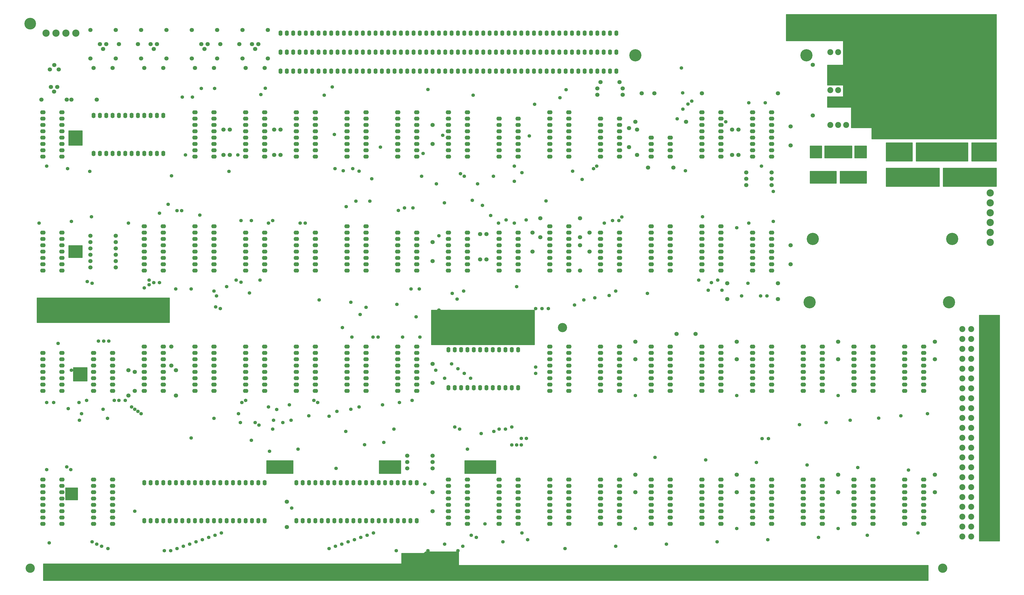
<source format=gts>
G04*
G04  File:            PCB-11.TMK, Sun Feb 24 12:18:14 2019*
G04  Source:          P-CAD 2006 PCB, Version 19.02.958, (D:\pcb-11\pcb-11.pcb)*
G04  Format:          Gerber Format (RS-274-D), ASCII*
G04*
G04  Format Options:  Absolute Positioning*
G04                   Leading-Zero Suppression*
G04                   Scale Factor 1:1*
G04                   NO Circular Interpolation*
G04                   Inch Units*
G04                   Numeric Format: 4.4 (XXXX.XXXX)*
G04                   G54 NOT Used for Aperture Change*
G04                   Apertures Embedded*
G04*
G04  File Options:    Offset = (0.0mil,0.0mil)*
G04                   Drill Symbol Size = 80.0mil*
G04                   No Pad/Via Holes*
G04*
G04  File Contents:   Pads*
G04                   Vias*
G04                   No Designators*
G04                   No Types*
G04                   No Values*
G04                   No Drill Symbols*
G04                   Top Mask*
G04*
%INPCB-11.TMK*%
%ICAS*%
%MOIN*%
G04*
G04  Aperture MACROs for general use --- invoked via D-code assignment *
G04*
G04  General MACRO for flashed round with rotation and/or offset hole *
%AMROTOFFROUND*
1,1,$1,0.0000,0.0000*
1,0,$2,$3,$4*%
G04*
G04  General MACRO for flashed oval (obround) with rotation and/or offset hole *
%AMROTOFFOVAL*
21,1,$1,$2,0.0000,0.0000,$3*
1,1,$4,$5,$6*
1,1,$4,0-$5,0-$6*
1,0,$7,$8,$9*%
G04*
G04  General MACRO for flashed oval (obround) with rotation and no hole *
%AMROTOVALNOHOLE*
21,1,$1,$2,0.0000,0.0000,$3*
1,1,$4,$5,$6*
1,1,$4,0-$5,0-$6*%
G04*
G04  General MACRO for flashed rectangle with rotation and/or offset hole *
%AMROTOFFRECT*
21,1,$1,$2,0.0000,0.0000,$3*
1,0,$4,$5,$6*%
G04*
G04  General MACRO for flashed rectangle with rotation and no hole *
%AMROTRECTNOHOLE*
21,1,$1,$2,0.0000,0.0000,$3*%
G04*
G04  General MACRO for flashed rounded-rectangle *
%AMROUNDRECT*
21,1,$1,$2-$4,0.0000,0.0000,$3*
21,1,$1-$4,$2,0.0000,0.0000,$3*
1,1,$4,$5,$6*
1,1,$4,$7,$8*
1,1,$4,0-$5,0-$6*
1,1,$4,0-$7,0-$8*
1,0,$9,$10,$11*%
G04*
G04  General MACRO for flashed rounded-rectangle with rotation and no hole *
%AMROUNDRECTNOHOLE*
21,1,$1,$2-$4,0.0000,0.0000,$3*
21,1,$1-$4,$2,0.0000,0.0000,$3*
1,1,$4,$5,$6*
1,1,$4,$7,$8*
1,1,$4,0-$5,0-$6*
1,1,$4,0-$7,0-$8*%
G04*
G04  General MACRO for flashed regular polygon *
%AMREGPOLY*
5,1,$1,0.0000,0.0000,$2,$3+$4*
1,0,$5,$6,$7*%
G04*
G04  General MACRO for flashed regular polygon with no hole *
%AMREGPOLYNOHOLE*
5,1,$1,0.0000,0.0000,$2,$3+$4*%
G04*
G04  General MACRO for target *
%AMTARGET*
6,0,0,$1,$2,$3,4,$4,$5,$6*%
G04*
G04  General MACRO for mounting hole *
%AMMTHOLE*
1,1,$1,0,0*
1,0,$2,0,0*
$1=$1-$2*
$1=$1/2*
21,1,$2+$1,$3,0,0,$4*
21,1,$3,$2+$1,0,0,$4*%
G04*
G04*
G04  D10 : "Ellipse X0.254mm Y0.254mm H0.000mm 0.0deg (0.000mm,0.000mm) Draw"*
G04  Disc: OuterDia=0.0100*
%ADD10C, 0.0100*%
G04  D11 : "Ellipse X2.540mm Y2.540mm H0.000mm 0.0deg (0.000mm,0.000mm) Draw"*
G04  Disc: OuterDia=0.1000*
%ADD11C, 0.1000*%
G04  D12 : "Ellipse X0.300mm Y0.300mm H0.000mm 0.0deg (0.000mm,0.000mm) Draw"*
G04  Disc: OuterDia=0.0118*
%ADD12C, 0.0118*%
G04  D13 : "Ellipse X3.348mm Y3.348mm H0.000mm 0.0deg (0.000mm,0.000mm) Draw"*
G04  Disc: OuterDia=0.1318*
%ADD13C, 0.1318*%
G04  D14 : "Ellipse X0.400mm Y0.400mm H0.000mm 0.0deg (0.000mm,0.000mm) Draw"*
G04  Disc: OuterDia=0.0157*
%ADD14C, 0.0157*%
G04  D15 : "Ellipse X5.000mm Y5.000mm H0.000mm 0.0deg (0.000mm,0.000mm) Draw"*
G04  Disc: OuterDia=0.1969*
%ADD15C, 0.1969*%
G04  D16 : "Ellipse X0.508mm Y0.508mm H0.000mm 0.0deg (0.000mm,0.000mm) Draw"*
G04  Disc: OuterDia=0.0200*
%ADD16C, 0.0200*%
G04  D17 : "Ellipse X0.600mm Y0.600mm H0.000mm 0.0deg (0.000mm,0.000mm) Draw"*
G04  Disc: OuterDia=0.0236*
%ADD17C, 0.0236*%
G04  D18 : "Ellipse X6.000mm Y6.000mm H0.000mm 0.0deg (0.000mm,0.000mm) Draw"*
G04  Disc: OuterDia=0.2362*
%ADD18C, 0.2362*%
G04  D19 : "Ellipse X0.635mm Y0.635mm H0.000mm 0.0deg (0.000mm,0.000mm) Draw"*
G04  Disc: OuterDia=0.0250*
%ADD19C, 0.0250*%
G04  D20 : "Ellipse X0.700mm Y0.700mm H0.000mm 0.0deg (0.000mm,0.000mm) Draw"*
G04  Disc: OuterDia=0.0276*
%ADD20C, 0.0276*%
G04  D21 : "Ellipse X1.100mm Y1.100mm H0.000mm 0.0deg (0.000mm,0.000mm) Draw"*
G04  Disc: OuterDia=0.0433*
%ADD21C, 0.0433*%
G04  D22 : "Ellipse X0.127mm Y0.127mm H0.000mm 0.0deg (0.000mm,0.000mm) Draw"*
G04  Disc: OuterDia=0.0050*
%ADD22C, 0.0050*%
G04  D23 : "Ellipse X1.270mm Y1.270mm H0.000mm 0.0deg (0.000mm,0.000mm) Draw"*
G04  Disc: OuterDia=0.0500*
%ADD23C, 0.0500*%
G04  D24 : "Ellipse X1.500mm Y1.500mm H0.000mm 0.0deg (0.000mm,0.000mm) Draw"*
G04  Disc: OuterDia=0.0591*
%ADD24C, 0.0591*%
G04  D25 : "Ellipse X0.200mm Y0.200mm H0.000mm 0.0deg (0.000mm,0.000mm) Draw"*
G04  Disc: OuterDia=0.0079*
%ADD25C, 0.0079*%
G04  D26 : "Ellipse X2.200mm Y2.200mm H0.000mm 0.0deg (0.000mm,0.000mm) Draw"*
G04  Disc: OuterDia=0.0866*
%ADD26C, 0.0866*%
G04  D27 : "Ellipse X0.240mm Y0.240mm H0.000mm 0.0deg (0.000mm,0.000mm) Draw"*
G04  Disc: OuterDia=0.0094*
%ADD27C, 0.0094*%
G04  D28 : "Ellipse X2.300mm Y2.300mm H0.000mm 0.0deg (0.000mm,0.000mm) Draw"*
G04  Disc: OuterDia=0.0906*
%ADD28C, 0.0906*%
G04  D29 : "Ellipse X2.700mm Y2.700mm H0.000mm 0.0deg (0.000mm,0.000mm) Flash"*
G04  Disc: OuterDia=0.1063*
%ADD29C, 0.1063*%
G04  D30 : "Ellipse X2.900mm Y2.900mm H0.000mm 0.0deg (0.000mm,0.000mm) Flash"*
G04  Disc: OuterDia=0.1142*
%ADD30C, 0.1142*%
G04  D31 : "Ellipse X3.700mm Y3.700mm H0.000mm 0.0deg (0.000mm,0.000mm) Flash"*
G04  Disc: OuterDia=0.1457*
%ADD31C, 0.1457*%
G04  D32 : "Ellipse X4.500mm Y4.500mm H0.000mm 0.0deg (0.000mm,0.000mm) Flash"*
G04  Disc: OuterDia=0.1772*
%ADD32C, 0.1772*%
G04  D33 : "Ellipse X4.700mm Y4.700mm H0.000mm 0.0deg (0.000mm,0.000mm) Flash"*
G04  Disc: OuterDia=0.1850*
%ADD33C, 0.1850*%
G04  D34 : "Ellipse X4.900mm Y4.900mm H0.000mm 0.0deg (0.000mm,0.000mm) Flash"*
G04  Disc: OuterDia=0.1929*
%ADD34C, 0.1929*%
G04  D35 : "Ellipse X7.250mm Y7.250mm H0.000mm 0.0deg (0.000mm,0.000mm) Flash"*
G04  Disc: OuterDia=0.2854*
%ADD35C, 0.2854*%
G04  D36 : "Ellipse X7.450mm Y7.450mm H0.000mm 0.0deg (0.000mm,0.000mm) Flash"*
G04  Disc: OuterDia=0.2933*
%ADD36C, 0.2933*%
G04  D37 : "Ellipse X1.500mm Y1.500mm H0.000mm 0.0deg (0.000mm,0.000mm) Flash"*
G04  Disc: OuterDia=0.0591*
%ADD37C, 0.0591*%
G04  D38 : "Ellipse X1.700mm Y1.700mm H0.000mm 0.0deg (0.000mm,0.000mm) Flash"*
G04  Disc: OuterDia=0.0669*
%ADD38C, 0.0669*%
G04  D39 : "Ellipse X2.200mm Y2.200mm H0.000mm 0.0deg (0.000mm,0.000mm) Flash"*
G04  Disc: OuterDia=0.0866*
%ADD39C, 0.0866*%
G04  D40 : "Ellipse X2.300mm Y2.300mm H0.000mm 0.0deg (0.000mm,0.000mm) Flash"*
G04  Disc: OuterDia=0.0906*
%ADD40C, 0.0906*%
G04  D41 : "Ellipse X2.400mm Y2.400mm H0.000mm 0.0deg (0.000mm,0.000mm) Flash"*
G04  Disc: OuterDia=0.0945*
%ADD41C, 0.0945*%
G04  D42 : "Ellipse X2.500mm Y2.500mm H0.000mm 0.0deg (0.000mm,0.000mm) Flash"*
G04  Disc: OuterDia=0.0984*
%ADD42C, 0.0984*%
G04  D43 : "Mounting Hole X3.500mm Y3.500mm H0.000mm 0.0deg (0.000mm,0.000mm) Flash"*
G04  Mounting Hole: Diameter=0.1378, Rotation=0.0, LineWidth=0.0050 *
%ADD43MTHOLE, 0.1378 X0.1178 X0.0050 X0.0*%
G04  D44 : "Oval X2.000mm Y1.400mm H0.000mm 0.0deg (0.000mm,0.000mm) Flash"*
G04  Obround: DimX=0.0787, DimY=0.0551, Rotation=0.0, OffsetX=0.0000, OffsetY=0.0000, HoleDia=0.0000 *
%ADD44O, 0.0787 X0.0551*%
G04  D45 : "Oval X1.400mm Y2.000mm H0.000mm 0.0deg (0.000mm,0.000mm) Flash"*
G04  Obround: DimX=0.0551, DimY=0.0787, Rotation=0.0, OffsetX=0.0000, OffsetY=0.0000, HoleDia=0.0000 *
%ADD45O, 0.0551 X0.0787*%
G04  D46 : "Oval X2.200mm Y1.600mm H0.000mm 0.0deg (0.000mm,0.000mm) Flash"*
G04  Obround: DimX=0.0866, DimY=0.0630, Rotation=0.0, OffsetX=0.0000, OffsetY=0.0000, HoleDia=0.0000 *
%ADD46O, 0.0866 X0.0630*%
G04  D47 : "Oval X1.600mm Y2.200mm H0.000mm 0.0deg (0.000mm,0.000mm) Flash"*
G04  Obround: DimX=0.0630, DimY=0.0866, Rotation=0.0, OffsetX=0.0000, OffsetY=0.0000, HoleDia=0.0000 *
%ADD47O, 0.0630 X0.0866*%
G04  D48 : "Ellipse X1.200mm Y1.200mm H0.000mm 0.0deg (0.000mm,0.000mm) Flash"*
G04  Disc: OuterDia=0.0472*
%ADD48C, 0.0472*%
G04  D49 : "Ellipse X1.400mm Y1.400mm H0.000mm 0.0deg (0.000mm,0.000mm) Flash"*
G04  Disc: OuterDia=0.0551*
%ADD49C, 0.0551*%
G04*
%FSLAX44Y44*%
%SFA1B1*%
%OFA0.0000B0.0000*%
G04*
G70*
G90*
G01*
D2*
%LNTop Mask*%
D10*
X18100Y62100*
X20150D1*
X18100Y62150D2*
X20150D1*
X18100Y62200D2*
X20150D1*
X18100Y62250D2*
X20150D1*
X18100Y62300D2*
X20150D1*
X18100Y62350D2*
X20150D1*
X18100Y62400D2*
X20150D1*
X18100Y62450D2*
X20150D1*
X18100Y62500D2*
X20150D1*
X18100Y62550D2*
X20150D1*
X18100Y62600D2*
X20150D1*
X18100Y62650D2*
X20150D1*
X18100Y62700D2*
X20150D1*
X18100Y62750D2*
X20150D1*
X18100Y62800D2*
X20150D1*
X18100Y62850D2*
X20150D1*
X18100Y62900D2*
X20150D1*
X18100Y62950D2*
X20150D1*
X18100Y63000D2*
X20150D1*
X18100Y63050D2*
X20150D1*
X18100Y63100D2*
X20150D1*
X18100Y63150D2*
X20150D1*
X18100Y63200D2*
X20150D1*
X18100Y63250D2*
X20150D1*
X18100Y63300D2*
X20150D1*
X18100Y63350D2*
X20150D1*
X18100Y63400D2*
X20150D1*
X18100Y63450D2*
X20150D1*
X18100Y63500D2*
X20150D1*
X18100Y63550D2*
X20150D1*
X18100Y63600D2*
X20150D1*
X18100Y63650D2*
X20150D1*
X18100Y63700D2*
X20150D1*
X18100Y63750D2*
X20150D1*
X18100Y63800D2*
X20150D1*
X18100Y63850D2*
X20150D1*
X20200Y63950D2*
X18050D1*
Y62050*
X20200*
Y63950*
X18100Y79850D2*
X20150D1*
X18100Y79900D2*
X20150D1*
X18100Y79950D2*
X20150D1*
X18100Y80000D2*
X20150D1*
X18100Y80050D2*
X20150D1*
X18100Y80100D2*
X20150D1*
X18100Y80150D2*
X20150D1*
X18100Y80200D2*
X20150D1*
X18100Y80250D2*
X20150D1*
X18100Y80300D2*
X20150D1*
X18100Y80350D2*
X20150D1*
X18100Y80400D2*
X20150D1*
X18100Y80450D2*
X20150D1*
X18100Y80500D2*
X20150D1*
X18100Y80550D2*
X20150D1*
X18100Y80600D2*
X20150D1*
X18100Y80650D2*
X20150D1*
X18100Y80700D2*
X20150D1*
X18100Y80750D2*
X20150D1*
X18100Y80800D2*
X20150D1*
X18100Y80850D2*
X20150D1*
X18100Y80900D2*
X20150D1*
X18100Y80950D2*
X20150D1*
X18100Y81000D2*
X20150D1*
X18100Y81050D2*
X20150D1*
X18100Y81100D2*
X20150D1*
X18100Y81150D2*
X20150D1*
X18100Y81200D2*
X20150D1*
X18100Y81250D2*
X20150D1*
X18100Y81300D2*
X20150D1*
X18100Y81350D2*
X20150D1*
X18100Y81400D2*
X20150D1*
X18100Y81450D2*
X20150D1*
X18100Y81500D2*
X20150D1*
X18100Y81550D2*
X20150D1*
X18100Y81600D2*
X20150D1*
X18100Y81650D2*
X20150D1*
X18100Y81700D2*
X20150D1*
X18100Y81750D2*
X20150D1*
X18100Y81800D2*
X20150D1*
X18100Y81850D2*
X20150D1*
X18100Y81900D2*
X20150D1*
X18100Y81950D2*
X20150D1*
X18100Y82000D2*
X20150D1*
X20200Y82100D2*
X18050D1*
Y79800*
X20200*
Y82100*
X135100Y77850D2*
X136850D1*
X135100Y77900D2*
X136850D1*
X135100Y77950D2*
X136850D1*
X135100Y78000D2*
X136850D1*
X135100Y78050D2*
X136850D1*
X135100Y78100D2*
X136850D1*
X135100Y78150D2*
X136850D1*
X135100Y78200D2*
X136850D1*
X135100Y78250D2*
X136850D1*
X135100Y78300D2*
X136850D1*
X135100Y78350D2*
X136850D1*
X135100Y78400D2*
X136850D1*
X135100Y78450D2*
X136850D1*
X135100Y78500D2*
X136850D1*
X135100Y78550D2*
X136850D1*
X135100Y78600D2*
X136850D1*
X135100Y78650D2*
X136850D1*
X135100Y78700D2*
X136850D1*
X135100Y78750D2*
X136850D1*
X135100Y78800D2*
X136850D1*
X135100Y78850D2*
X136850D1*
X135100Y78900D2*
X136850D1*
X135100Y78950D2*
X136850D1*
X135100Y79000D2*
X136850D1*
X135100Y79050D2*
X136850D1*
X135100Y79100D2*
X136850D1*
X135100Y79150D2*
X136850D1*
X135100Y79200D2*
X136850D1*
X135100Y79250D2*
X136850D1*
X135100Y79300D2*
X136850D1*
X135100Y79350D2*
X136850D1*
X135100Y79400D2*
X136850D1*
X135100Y79450D2*
X136850D1*
X135100Y79500D2*
X136850D1*
X135100Y79550D2*
X136850D1*
X135100Y79600D2*
X136850D1*
X136900Y79700D2*
X135050D1*
Y77800*
X136900*
Y79700*
X18850Y42600D2*
X20900D1*
X18850Y42650D2*
X20900D1*
X18850Y42700D2*
X20900D1*
X18850Y42750D2*
X20900D1*
X18850Y42800D2*
X20900D1*
X18850Y42850D2*
X20900D1*
X18850Y42900D2*
X20900D1*
X18850Y42950D2*
X20900D1*
X18850Y43000D2*
X20900D1*
X18850Y43050D2*
X20900D1*
X18850Y43100D2*
X20900D1*
X18850Y43150D2*
X20900D1*
X18850Y43200D2*
X20900D1*
X18850Y43250D2*
X20900D1*
X18850Y43300D2*
X20900D1*
X18850Y43350D2*
X20900D1*
X18850Y43400D2*
X20900D1*
X18850Y43450D2*
X20900D1*
X18850Y43500D2*
X20900D1*
X18850Y43550D2*
X20900D1*
X18850Y43600D2*
X20900D1*
X18850Y43650D2*
X20900D1*
X18850Y43700D2*
X20900D1*
X18850Y43750D2*
X20900D1*
X18850Y43800D2*
X20900D1*
X18850Y43850D2*
X20900D1*
X18850Y43900D2*
X20900D1*
X18850Y43950D2*
X20900D1*
X18850Y44000D2*
X20900D1*
X18850Y44050D2*
X20900D1*
X18850Y44100D2*
X20900D1*
X18850Y44150D2*
X20900D1*
X18850Y44200D2*
X20900D1*
X18850Y44250D2*
X20900D1*
X18850Y44300D2*
X20900D1*
X18850Y44350D2*
X20900D1*
X18850Y44400D2*
X20900D1*
X18850Y44450D2*
X20900D1*
X18850Y44500D2*
X20900D1*
X18850Y44550D2*
X20900D1*
X18850Y44600D2*
X20900D1*
X20950Y44700D2*
X18800D1*
Y42550*
X20950*
Y44700*
X67100Y28000D2*
X70400D1*
X67100Y28050D2*
X70400D1*
X67100Y28100D2*
X70400D1*
X67100Y28150D2*
X70400D1*
X67100Y28200D2*
X70400D1*
X67100Y28250D2*
X70400D1*
X67100Y28300D2*
X70400D1*
X67100Y28350D2*
X70400D1*
X67100Y28400D2*
X70400D1*
X67100Y28450D2*
X70400D1*
X67100Y28500D2*
X70400D1*
X67100Y28550D2*
X70400D1*
X67100Y28600D2*
X70400D1*
X67100Y28650D2*
X70400D1*
X67100Y28700D2*
X70400D1*
X67100Y28750D2*
X70400D1*
X67100Y28800D2*
X70400D1*
X67100Y28850D2*
X70400D1*
X67100Y28900D2*
X70400D1*
X67100Y28950D2*
X70400D1*
X67100Y29000D2*
X70400D1*
X67100Y29050D2*
X70400D1*
X67100Y29100D2*
X70400D1*
X67100Y29150D2*
X70400D1*
X67100Y29200D2*
X70400D1*
X67100Y29250D2*
X70400D1*
X67100Y29300D2*
X70400D1*
X67100Y29350D2*
X70400D1*
X67100Y29400D2*
X70400D1*
X67100Y29450D2*
X70400D1*
X67100Y29500D2*
X70400D1*
X67100Y29550D2*
X70400D1*
X67100Y29600D2*
X70400D1*
X67100Y29650D2*
X70400D1*
X67100Y29700D2*
X70400D1*
X67100Y29750D2*
X70400D1*
X67100Y29800D2*
X70400D1*
X67100Y29850D2*
X70400D1*
X67100Y29900D2*
X70400D1*
X70450Y30000D2*
X67050D1*
Y27950*
X70450*
Y30000*
X135100Y73850D2*
X139150D1*
X135100Y73900D2*
X139150D1*
X135100Y73950D2*
X139150D1*
X135100Y74000D2*
X139150D1*
X135100Y74050D2*
X139150D1*
X135100Y74100D2*
X139150D1*
X135100Y74150D2*
X139150D1*
X135100Y74200D2*
X139150D1*
X135100Y74250D2*
X139150D1*
X135100Y74300D2*
X139150D1*
X135100Y74350D2*
X139150D1*
X135100Y74400D2*
X139150D1*
X135100Y74450D2*
X139150D1*
X135100Y74500D2*
X139150D1*
X135100Y74550D2*
X139150D1*
X135100Y74600D2*
X139150D1*
X135100Y74650D2*
X139150D1*
X135100Y74700D2*
X139150D1*
X135100Y74750D2*
X139150D1*
X135100Y74800D2*
X139150D1*
X135100Y74850D2*
X139150D1*
X135100Y74900D2*
X139150D1*
X135100Y74950D2*
X139150D1*
X135100Y75000D2*
X139150D1*
X135100Y75050D2*
X139150D1*
X135100Y75100D2*
X139150D1*
X135100Y75150D2*
X139150D1*
X135100Y75200D2*
X139150D1*
X135100Y75250D2*
X139150D1*
X135100Y75300D2*
X139150D1*
X135100Y75350D2*
X139150D1*
X135100Y75400D2*
X139150D1*
X135100Y75450D2*
X139150D1*
X135100Y75500D2*
X139150D1*
X135100Y75550D2*
X139150D1*
X135100Y75600D2*
X139150D1*
X139200Y75700D2*
X135050D1*
Y73800*
X139200*
Y75700*
X139850Y73850D2*
X143900D1*
X139850Y73900D2*
X143900D1*
X139850Y73950D2*
X143900D1*
X139850Y74000D2*
X143900D1*
X139850Y74050D2*
X143900D1*
X139850Y74100D2*
X143900D1*
X139850Y74150D2*
X143900D1*
X139850Y74200D2*
X143900D1*
X139850Y74250D2*
X143900D1*
X139850Y74300D2*
X143900D1*
X139850Y74350D2*
X143900D1*
X139850Y74400D2*
X143900D1*
X139850Y74450D2*
X143900D1*
X139850Y74500D2*
X143900D1*
X139850Y74550D2*
X143900D1*
X139850Y74600D2*
X143900D1*
X139850Y74650D2*
X143900D1*
X139850Y74700D2*
X143900D1*
X139850Y74750D2*
X143900D1*
X139850Y74800D2*
X143900D1*
X139850Y74850D2*
X143900D1*
X139850Y74900D2*
X143900D1*
X139850Y74950D2*
X143900D1*
X139850Y75000D2*
X143900D1*
X139850Y75050D2*
X143900D1*
X139850Y75100D2*
X143900D1*
X139850Y75150D2*
X143900D1*
X139850Y75200D2*
X143900D1*
X139850Y75250D2*
X143900D1*
X139850Y75300D2*
X143900D1*
X139850Y75350D2*
X143900D1*
X139850Y75400D2*
X143900D1*
X139850Y75450D2*
X143900D1*
X139850Y75500D2*
X143900D1*
X139850Y75550D2*
X143900D1*
X139850Y75600D2*
X143900D1*
X143950Y75700D2*
X139800D1*
Y73800*
X143950*
Y75700*
X137400Y77850D2*
X141600D1*
X137400Y77900D2*
X141600D1*
X137400Y77950D2*
X141600D1*
X137400Y78000D2*
X141600D1*
X137400Y78050D2*
X141600D1*
X137400Y78100D2*
X141600D1*
X137400Y78150D2*
X141600D1*
X137400Y78200D2*
X141600D1*
X137400Y78250D2*
X141600D1*
X137400Y78300D2*
X141600D1*
X137400Y78350D2*
X141600D1*
X137400Y78400D2*
X141600D1*
X137400Y78450D2*
X141600D1*
X137400Y78500D2*
X141600D1*
X137400Y78550D2*
X141600D1*
X137400Y78600D2*
X141600D1*
X137400Y78650D2*
X141600D1*
X137400Y78700D2*
X141600D1*
X137400Y78750D2*
X141600D1*
X137400Y78800D2*
X141600D1*
X137400Y78850D2*
X141600D1*
X137400Y78900D2*
X141600D1*
X137400Y78950D2*
X141600D1*
X137400Y79000D2*
X141600D1*
X137400Y79050D2*
X141600D1*
X137400Y79100D2*
X141600D1*
X137400Y79150D2*
X141600D1*
X137400Y79200D2*
X141600D1*
X137400Y79250D2*
X141600D1*
X137400Y79300D2*
X141600D1*
X137400Y79350D2*
X141600D1*
X137400Y79400D2*
X141600D1*
X137400Y79450D2*
X141600D1*
X137400Y79500D2*
X141600D1*
X137400Y79550D2*
X141600D1*
X137400Y79600D2*
X141600D1*
X141650Y79700D2*
X137350D1*
Y77800*
X141650*
Y79700*
X142150Y77850D2*
X143900D1*
X142150Y77900D2*
X143900D1*
X142150Y77950D2*
X143900D1*
X142150Y78000D2*
X143900D1*
X142150Y78050D2*
X143900D1*
X142150Y78100D2*
X143900D1*
X142150Y78150D2*
X143900D1*
X142150Y78200D2*
X143900D1*
X142150Y78250D2*
X143900D1*
X142150Y78300D2*
X143900D1*
X142150Y78350D2*
X143900D1*
X142150Y78400D2*
X143900D1*
X142150Y78450D2*
X143900D1*
X142150Y78500D2*
X143900D1*
X142150Y78550D2*
X143900D1*
X142150Y78600D2*
X143900D1*
X142150Y78650D2*
X143900D1*
X142150Y78700D2*
X143900D1*
X142150Y78750D2*
X143900D1*
X142150Y78800D2*
X143900D1*
X142150Y78850D2*
X143900D1*
X142150Y78900D2*
X143900D1*
X142150Y78950D2*
X143900D1*
X142150Y79000D2*
X143900D1*
X142150Y79050D2*
X143900D1*
X142150Y79100D2*
X143900D1*
X142150Y79150D2*
X143900D1*
X142150Y79200D2*
X143900D1*
X142150Y79250D2*
X143900D1*
X142150Y79300D2*
X143900D1*
X142150Y79350D2*
X143900D1*
X142150Y79400D2*
X143900D1*
X142150Y79450D2*
X143900D1*
X142150Y79500D2*
X143900D1*
X142150Y79550D2*
X143900D1*
X142150Y79600D2*
X143900D1*
X143950Y79700D2*
X142100D1*
Y77800*
X143950*
Y79700*
X147100Y77350D2*
X151150D1*
X147100Y77400D2*
X151150D1*
X147100Y77450D2*
X151150D1*
X147100Y77500D2*
X151150D1*
X147100Y77550D2*
X151150D1*
X147100Y77600D2*
X151150D1*
X147100Y77650D2*
X151150D1*
X147100Y77700D2*
X151150D1*
X147100Y77750D2*
X151150D1*
X147100Y77800D2*
X151150D1*
X147100Y77850D2*
X151150D1*
X147100Y77900D2*
X151150D1*
X147100Y77950D2*
X151150D1*
X147100Y78000D2*
X151150D1*
X147100Y78050D2*
X151150D1*
X147100Y78100D2*
X151150D1*
X147100Y78150D2*
X151150D1*
X147100Y78200D2*
X151150D1*
X147100Y78250D2*
X151150D1*
X147100Y78300D2*
X151150D1*
X147100Y78350D2*
X151150D1*
X147100Y78400D2*
X151150D1*
X147100Y78450D2*
X151150D1*
X147100Y78500D2*
X151150D1*
X147100Y78550D2*
X151150D1*
X147100Y78600D2*
X151150D1*
X147100Y78650D2*
X151150D1*
X147100Y78700D2*
X151150D1*
X147100Y78750D2*
X151150D1*
X147100Y78800D2*
X151150D1*
X147100Y78850D2*
X151150D1*
X147100Y78900D2*
X151150D1*
X147100Y78950D2*
X151150D1*
X147100Y79000D2*
X151150D1*
X147100Y79050D2*
X151150D1*
X147100Y79100D2*
X151150D1*
X147100Y79150D2*
X151150D1*
X147100Y79200D2*
X151150D1*
X147100Y79250D2*
X151150D1*
X147100Y79300D2*
X151150D1*
X147100Y79350D2*
X151150D1*
X147100Y79400D2*
X151150D1*
X147100Y79450D2*
X151150D1*
X147100Y79500D2*
X151150D1*
X147100Y79550D2*
X151150D1*
X147100Y79600D2*
X151150D1*
X147100Y79650D2*
X151150D1*
X147100Y79700D2*
X151150D1*
X147100Y79750D2*
X151150D1*
X147100Y79800D2*
X151150D1*
X147100Y79850D2*
X151150D1*
X147100Y79900D2*
X151150D1*
X147100Y79950D2*
X151150D1*
X147100Y80000D2*
X151150D1*
X147100Y80050D2*
X151150D1*
X147100Y80100D2*
X151150D1*
X151200Y80200D2*
X147050D1*
Y77300*
X151200*
Y80200*
X160600Y77350D2*
X164400D1*
X160600Y77400D2*
X164400D1*
X160600Y77450D2*
X164400D1*
X160600Y77500D2*
X164400D1*
X160600Y77550D2*
X164400D1*
X160600Y77600D2*
X164400D1*
X160600Y77650D2*
X164400D1*
X160600Y77700D2*
X164400D1*
X160600Y77750D2*
X164400D1*
X160600Y77800D2*
X164400D1*
X160600Y77850D2*
X164400D1*
X160600Y77900D2*
X164400D1*
X160600Y77950D2*
X164400D1*
X160600Y78000D2*
X164400D1*
X160600Y78050D2*
X164400D1*
X160600Y78100D2*
X164400D1*
X160600Y78150D2*
X164400D1*
X160600Y78200D2*
X164400D1*
X160600Y78250D2*
X164400D1*
X160600Y78300D2*
X164400D1*
X160600Y78350D2*
X164400D1*
X160600Y78400D2*
X164400D1*
X160600Y78450D2*
X164400D1*
X160600Y78500D2*
X164400D1*
X160600Y78550D2*
X164400D1*
X160600Y78600D2*
X164400D1*
X160600Y78650D2*
X164400D1*
X160600Y78700D2*
X164400D1*
X160600Y78750D2*
X164400D1*
X160600Y78800D2*
X164400D1*
X160600Y78850D2*
X164400D1*
X160600Y78900D2*
X164400D1*
X160600Y78950D2*
X164400D1*
X160600Y79000D2*
X164400D1*
X160600Y79050D2*
X164400D1*
X160600Y79100D2*
X164400D1*
X160600Y79150D2*
X164400D1*
X160600Y79200D2*
X164400D1*
X160600Y79250D2*
X164400D1*
X160600Y79300D2*
X164400D1*
X160600Y79350D2*
X164400D1*
X160600Y79400D2*
X164400D1*
X160600Y79450D2*
X164400D1*
X160600Y79500D2*
X164400D1*
X160600Y79550D2*
X164400D1*
X160600Y79600D2*
X164400D1*
X160600Y79650D2*
X164400D1*
X160600Y79700D2*
X164400D1*
X160600Y79750D2*
X164400D1*
X160600Y79800D2*
X164400D1*
X160600Y79850D2*
X164400D1*
X160600Y79900D2*
X164400D1*
X160600Y79950D2*
X164400D1*
X160600Y80000D2*
X164400D1*
X160600Y80050D2*
X164400D1*
X160600Y80100D2*
X164400D1*
X164450Y80200D2*
X160550D1*
Y77300*
X164450*
Y80200*
X17600Y23850D2*
X19400D1*
X17600Y23900D2*
X19400D1*
X17600Y23950D2*
X19400D1*
X17600Y24000D2*
X19400D1*
X17600Y24050D2*
X19400D1*
X17600Y24100D2*
X19400D1*
X17600Y24150D2*
X19400D1*
X17600Y24200D2*
X19400D1*
X17600Y24250D2*
X19400D1*
X17600Y24300D2*
X19400D1*
X17600Y24350D2*
X19400D1*
X17600Y24400D2*
X19400D1*
X17600Y24450D2*
X19400D1*
X17600Y24500D2*
X19400D1*
X17600Y24550D2*
X19400D1*
X17600Y24600D2*
X19400D1*
X17600Y24650D2*
X19400D1*
X17600Y24700D2*
X19400D1*
X17600Y24750D2*
X19400D1*
X17600Y24800D2*
X19400D1*
X17600Y24850D2*
X19400D1*
X17600Y24900D2*
X19400D1*
X17600Y24950D2*
X19400D1*
X17600Y25000D2*
X19400D1*
X17600Y25050D2*
X19400D1*
X17600Y25100D2*
X19400D1*
X17600Y25150D2*
X19400D1*
X17600Y25200D2*
X19400D1*
X17600Y25250D2*
X19400D1*
X17600Y25300D2*
X19400D1*
X17600Y25350D2*
X19400D1*
X17600Y25400D2*
X19400D1*
X17600Y25450D2*
X19400D1*
X17600Y25500D2*
X19400D1*
X17600Y25550D2*
X19400D1*
X17600Y25600D2*
X19400D1*
X19450Y25700D2*
X17550D1*
Y23800*
X19450*
Y25700*
X147100Y73350D2*
X155400D1*
X147100Y73400D2*
X155400D1*
X147100Y73450D2*
X155400D1*
X147100Y73500D2*
X155400D1*
X147100Y73550D2*
X155400D1*
X147100Y73600D2*
X155400D1*
X147100Y73650D2*
X155400D1*
X147100Y73700D2*
X155400D1*
X147100Y73750D2*
X155400D1*
X147100Y73800D2*
X155400D1*
X147100Y73850D2*
X155400D1*
X147100Y73900D2*
X155400D1*
X147100Y73950D2*
X155400D1*
X147100Y74000D2*
X155400D1*
X147100Y74050D2*
X155400D1*
X147100Y74100D2*
X155400D1*
X147100Y74150D2*
X155400D1*
X147100Y74200D2*
X155400D1*
X147100Y74250D2*
X155400D1*
X147100Y74300D2*
X155400D1*
X147100Y74350D2*
X155400D1*
X147100Y74400D2*
X155400D1*
X147100Y74450D2*
X155400D1*
X147100Y74500D2*
X155400D1*
X147100Y74550D2*
X155400D1*
X147100Y74600D2*
X155400D1*
X147100Y74650D2*
X155400D1*
X147100Y74700D2*
X155400D1*
X147100Y74750D2*
X155400D1*
X147100Y74800D2*
X155400D1*
X147100Y74850D2*
X155400D1*
X147100Y74900D2*
X155400D1*
X147100Y74950D2*
X155400D1*
X147100Y75000D2*
X155400D1*
X147100Y75050D2*
X155400D1*
X147100Y75100D2*
X155400D1*
X147100Y75150D2*
X155400D1*
X147100Y75200D2*
X155400D1*
X147100Y75250D2*
X155400D1*
X147100Y75300D2*
X155400D1*
X147100Y75350D2*
X155400D1*
X147100Y75400D2*
X155400D1*
X147100Y75450D2*
X155400D1*
X147100Y75500D2*
X155400D1*
X147100Y75550D2*
X155400D1*
X147100Y75600D2*
X155400D1*
X147100Y75650D2*
X155400D1*
X147100Y75700D2*
X155400D1*
X147100Y75750D2*
X155400D1*
X147100Y75800D2*
X155400D1*
X147100Y75850D2*
X155400D1*
X147100Y75900D2*
X155400D1*
X147100Y75950D2*
X155400D1*
X147100Y76000D2*
X155400D1*
X147100Y76050D2*
X155400D1*
X147100Y76100D2*
X155400D1*
X155450Y76200D2*
X147050D1*
Y73300*
X155450*
Y76200*
X161800Y17350D2*
X164900D1*
X161800Y17400D2*
X164900D1*
X161800Y17450D2*
X164900D1*
X161800Y17500D2*
X164900D1*
X161800Y17550D2*
X164900D1*
X161800Y17600D2*
X164900D1*
X161800Y17650D2*
X164900D1*
X161800Y17700D2*
X164900D1*
X161800Y17750D2*
X164900D1*
X161800Y17800D2*
X164900D1*
X161800Y17850D2*
X164900D1*
X161800Y17900D2*
X164900D1*
X161800Y17950D2*
X164900D1*
X161800Y18000D2*
X164900D1*
X161800Y18050D2*
X164900D1*
X161800Y18100D2*
X164900D1*
X161800Y18150D2*
X164900D1*
X161800Y18200D2*
X164900D1*
X161800Y18250D2*
X164900D1*
X161800Y18300D2*
X164900D1*
X161800Y18350D2*
X164900D1*
X161800Y18400D2*
X164900D1*
X161800Y18450D2*
X164900D1*
X161800Y18500D2*
X164900D1*
X161800Y18550D2*
X164900D1*
X161800Y18600D2*
X164900D1*
X161800Y18650D2*
X164900D1*
X161800Y18700D2*
X164900D1*
X161800Y18750D2*
X164900D1*
X161800Y18800D2*
X164900D1*
X161800Y18850D2*
X164900D1*
X161800Y18900D2*
X164900D1*
X161800Y18950D2*
X164900D1*
X161800Y19000D2*
X164900D1*
X161800Y19050D2*
X164900D1*
X161800Y19100D2*
X164900D1*
X161800Y19150D2*
X164900D1*
X161800Y19200D2*
X164900D1*
X161800Y19250D2*
X164900D1*
X161800Y19300D2*
X164900D1*
X161800Y19350D2*
X164900D1*
X161800Y19400D2*
X164900D1*
X161800Y19450D2*
X164900D1*
X161800Y19500D2*
X164900D1*
X161800Y19550D2*
X164900D1*
X161800Y19600D2*
X164900D1*
X161800Y19650D2*
X164900D1*
X161800Y19700D2*
X164900D1*
X161800Y19750D2*
X164900D1*
X161800Y19800D2*
X164900D1*
X161800Y19850D2*
X164900D1*
X161800Y19900D2*
X164900D1*
X161800Y19950D2*
X164900D1*
X161800Y20000D2*
X164900D1*
X161800Y20050D2*
X164900D1*
X161800Y20100D2*
X164900D1*
X161800Y20150D2*
X164900D1*
X161800Y20200D2*
X164900D1*
X161800Y20250D2*
X164900D1*
X161800Y20300D2*
X164900D1*
X161800Y20350D2*
X164900D1*
X161800Y20400D2*
X164900D1*
X161800Y20450D2*
X164900D1*
X161800Y20500D2*
X164900D1*
X161800Y20550D2*
X164900D1*
X161800Y20600D2*
X164900D1*
X161800Y20650D2*
X164900D1*
X161800Y20700D2*
X164900D1*
X161800Y20750D2*
X164900D1*
X161800Y20800D2*
X164900D1*
X161800Y20850D2*
X164900D1*
X161800Y20900D2*
X164900D1*
X161800Y20950D2*
X164900D1*
X161800Y21000D2*
X164900D1*
X161800Y21050D2*
X164900D1*
X161800Y21100D2*
X164900D1*
X161800Y21150D2*
X164900D1*
X161800Y21200D2*
X164900D1*
X161800Y21250D2*
X164900D1*
X161800Y21300D2*
X164900D1*
X161800Y21350D2*
X164900D1*
X161800Y21400D2*
X164900D1*
X161800Y21450D2*
X164900D1*
X161800Y21500D2*
X164900D1*
X161800Y21550D2*
X164900D1*
X161800Y21600D2*
X164900D1*
X161800Y21650D2*
X164900D1*
X161800Y21700D2*
X164900D1*
X161800Y21750D2*
X164900D1*
X161800Y21800D2*
X164900D1*
X161800Y21850D2*
X164900D1*
X161800Y21900D2*
X164900D1*
X161800Y21950D2*
X164900D1*
X161800Y22000D2*
X164900D1*
X161800Y22050D2*
X164900D1*
X161800Y22100D2*
X164900D1*
X161800Y22150D2*
X164900D1*
X161800Y22200D2*
X164900D1*
X161800Y22250D2*
X164900D1*
X161800Y22300D2*
X164900D1*
X161800Y22350D2*
X164900D1*
X161800Y22400D2*
X164900D1*
X161800Y22450D2*
X164900D1*
X161800Y22500D2*
X164900D1*
X161800Y22550D2*
X164900D1*
X161800Y22600D2*
X164900D1*
X161800Y22650D2*
X164900D1*
X161800Y22700D2*
X164900D1*
X161800Y22750D2*
X164900D1*
X161800Y22800D2*
X164900D1*
X161800Y22850D2*
X164900D1*
X161800Y22900D2*
X164900D1*
X161800Y22950D2*
X164900D1*
X161800Y23000D2*
X164900D1*
X161800Y23050D2*
X164900D1*
X161800Y23100D2*
X164900D1*
X161800Y23150D2*
X164900D1*
X161800Y23200D2*
X164900D1*
X161800Y23250D2*
X164900D1*
X161800Y23300D2*
X164900D1*
X161800Y23350D2*
X164900D1*
X161800Y23400D2*
X164900D1*
X161800Y23450D2*
X164900D1*
X161800Y23500D2*
X164900D1*
X161800Y23550D2*
X164900D1*
X161800Y23600D2*
X164900D1*
X161800Y23650D2*
X164900D1*
X161800Y23700D2*
X164900D1*
X161800Y23750D2*
X164900D1*
X161800Y23800D2*
X164900D1*
X161800Y23850D2*
X164900D1*
X161800Y23900D2*
X164900D1*
X161800Y23950D2*
X164900D1*
X161800Y24000D2*
X164900D1*
X161800Y24050D2*
X164900D1*
X161800Y24100D2*
X164900D1*
X161800Y24150D2*
X164900D1*
X161800Y24200D2*
X164900D1*
X161800Y24250D2*
X164900D1*
X161800Y24300D2*
X164900D1*
X161800Y24350D2*
X164900D1*
X161800Y24400D2*
X164900D1*
X161800Y24450D2*
X164900D1*
X161800Y24500D2*
X164900D1*
X161800Y24550D2*
X164900D1*
X161800Y24600D2*
X164900D1*
X161800Y24650D2*
X164900D1*
X161800Y24700D2*
X164900D1*
X161800Y24750D2*
X164900D1*
X161800Y24800D2*
X164900D1*
X161800Y24850D2*
X164900D1*
X161800Y24900D2*
X164900D1*
X161800Y24950D2*
X164900D1*
X161800Y25000D2*
X164900D1*
X161800Y25050D2*
X164900D1*
X161800Y25100D2*
X164900D1*
X161800Y25150D2*
X164900D1*
X161800Y25200D2*
X164900D1*
X161800Y25250D2*
X164900D1*
X161800Y25300D2*
X164900D1*
X161800Y25350D2*
X164900D1*
X161800Y25400D2*
X164900D1*
X161800Y25450D2*
X164900D1*
X161800Y25500D2*
X164900D1*
X161800Y25550D2*
X164900D1*
X161800Y25600D2*
X164900D1*
X161800Y25650D2*
X164900D1*
X161800Y25700D2*
X164900D1*
X161800Y25750D2*
X164900D1*
X161800Y25800D2*
X164900D1*
X161800Y25850D2*
X164900D1*
X161800Y25900D2*
X164900D1*
X161800Y25950D2*
X164900D1*
X161800Y26000D2*
X164900D1*
X161800Y26050D2*
X164900D1*
X161800Y26100D2*
X164900D1*
X161800Y26150D2*
X164900D1*
X161800Y26200D2*
X164900D1*
X161800Y26250D2*
X164900D1*
X161800Y26300D2*
X164900D1*
X161800Y26350D2*
X164900D1*
X161800Y26400D2*
X164900D1*
X161800Y26450D2*
X164900D1*
X161800Y26500D2*
X164900D1*
X161800Y26550D2*
X164900D1*
X161800Y26600D2*
X164900D1*
X161800Y26650D2*
X164900D1*
X161800Y26700D2*
X164900D1*
X161800Y26750D2*
X164900D1*
X161800Y26800D2*
X164900D1*
X161800Y26850D2*
X164900D1*
X161800Y26900D2*
X164900D1*
X161800Y26950D2*
X164900D1*
X161800Y27000D2*
X164900D1*
X161800Y27050D2*
X164900D1*
X161800Y27100D2*
X164900D1*
X161800Y27150D2*
X164900D1*
X161800Y27200D2*
X164900D1*
X161800Y27250D2*
X164900D1*
X161800Y27300D2*
X164900D1*
X161800Y27350D2*
X164900D1*
X161800Y27400D2*
X164900D1*
X161800Y27450D2*
X164900D1*
X161800Y27500D2*
X164900D1*
X161800Y27550D2*
X164900D1*
X161800Y27600D2*
X164900D1*
X161800Y27650D2*
X164900D1*
X161800Y27700D2*
X164900D1*
X161800Y27750D2*
X164900D1*
X161800Y27800D2*
X164900D1*
X161800Y27850D2*
X164900D1*
X161800Y27900D2*
X164900D1*
X161800Y27950D2*
X164900D1*
X161800Y28000D2*
X164900D1*
X161800Y28050D2*
X164900D1*
X161800Y28100D2*
X164900D1*
X161800Y28150D2*
X164900D1*
X161800Y28200D2*
X164900D1*
X161800Y28250D2*
X164900D1*
X161800Y28300D2*
X164900D1*
X161800Y28350D2*
X164900D1*
X161800Y28400D2*
X164900D1*
X161800Y28450D2*
X164900D1*
X161800Y28500D2*
X164900D1*
X161800Y28550D2*
X164900D1*
X161800Y28600D2*
X164900D1*
X161800Y28650D2*
X164900D1*
X161800Y28700D2*
X164900D1*
X161800Y28750D2*
X164900D1*
X161800Y28800D2*
X164900D1*
X161800Y28850D2*
X164900D1*
X161800Y28900D2*
X164900D1*
X161800Y28950D2*
X164900D1*
X161800Y29000D2*
X164900D1*
X161800Y29050D2*
X164900D1*
X161800Y29100D2*
X164900D1*
X161800Y29150D2*
X164900D1*
X161800Y29200D2*
X164900D1*
X161800Y29250D2*
X164900D1*
X161800Y29300D2*
X164900D1*
X161800Y29350D2*
X164900D1*
X161800Y29400D2*
X164900D1*
X161800Y29450D2*
X164900D1*
X161800Y29500D2*
X164900D1*
X161800Y29550D2*
X164900D1*
X161800Y29600D2*
X164900D1*
X161800Y29650D2*
X164900D1*
X161800Y29700D2*
X164900D1*
X161800Y29750D2*
X164900D1*
X161800Y29800D2*
X164900D1*
X161800Y29850D2*
X164900D1*
X161800Y29900D2*
X164900D1*
X161800Y29950D2*
X164900D1*
X161800Y30000D2*
X164900D1*
X161800Y30050D2*
X164900D1*
X161800Y30100D2*
X164900D1*
X161800Y30150D2*
X164900D1*
X161800Y30200D2*
X164900D1*
X161800Y30250D2*
X164900D1*
X161800Y30300D2*
X164900D1*
X161800Y30350D2*
X164900D1*
X161800Y30400D2*
X164900D1*
X161800Y30450D2*
X164900D1*
X161800Y30500D2*
X164900D1*
X161800Y30550D2*
X164900D1*
X161800Y30600D2*
X164900D1*
X161800Y30650D2*
X164900D1*
X161800Y30700D2*
X164900D1*
X161800Y30750D2*
X164900D1*
X161800Y30800D2*
X164900D1*
X161800Y30850D2*
X164900D1*
X161800Y30900D2*
X164900D1*
X161800Y30950D2*
X164900D1*
X161800Y31000D2*
X164900D1*
X161800Y31050D2*
X164900D1*
X161800Y31100D2*
X164900D1*
X161800Y31150D2*
X164900D1*
X161800Y31200D2*
X164900D1*
X161800Y31250D2*
X164900D1*
X161800Y31300D2*
X164900D1*
X161800Y31350D2*
X164900D1*
X161800Y31400D2*
X164900D1*
X161800Y31450D2*
X164900D1*
X161800Y31500D2*
X164900D1*
X161800Y31550D2*
X164900D1*
X161800Y31600D2*
X164900D1*
X161800Y31650D2*
X164900D1*
X161800Y31700D2*
X164900D1*
X161800Y31750D2*
X164900D1*
X161800Y31800D2*
X164900D1*
X161800Y31850D2*
X164900D1*
X161800Y31900D2*
X164900D1*
X161800Y31950D2*
X164900D1*
X161800Y32000D2*
X164900D1*
X161800Y32050D2*
X164900D1*
X161800Y32100D2*
X164900D1*
X161800Y32150D2*
X164900D1*
X161800Y32200D2*
X164900D1*
X161800Y32250D2*
X164900D1*
X161800Y32300D2*
X164900D1*
X161800Y32350D2*
X164900D1*
X161800Y32400D2*
X164900D1*
X161800Y32450D2*
X164900D1*
X161800Y32500D2*
X164900D1*
X161800Y32550D2*
X164900D1*
X161800Y32600D2*
X164900D1*
X161800Y32650D2*
X164900D1*
X161800Y32700D2*
X164900D1*
X161800Y32750D2*
X164900D1*
X161800Y32800D2*
X164900D1*
X161800Y32850D2*
X164900D1*
X161800Y32900D2*
X164900D1*
X161800Y32950D2*
X164900D1*
X161800Y33000D2*
X164900D1*
X161800Y33050D2*
X164900D1*
X161800Y33100D2*
X164900D1*
X161800Y33150D2*
X164900D1*
X161800Y33200D2*
X164900D1*
X161800Y33250D2*
X164900D1*
X161800Y33300D2*
X164900D1*
X161800Y33350D2*
X164900D1*
X161800Y33400D2*
X164900D1*
X161800Y33450D2*
X164900D1*
X161800Y33500D2*
X164900D1*
X161800Y33550D2*
X164900D1*
X161800Y33600D2*
X164900D1*
X161800Y33650D2*
X164900D1*
X161800Y33700D2*
X164900D1*
X161800Y33750D2*
X164900D1*
X161800Y33800D2*
X164900D1*
X161800Y33850D2*
X164900D1*
X161800Y33900D2*
X164900D1*
X161800Y33950D2*
X164900D1*
X161800Y34000D2*
X164900D1*
X161800Y34050D2*
X164900D1*
X161800Y34100D2*
X164900D1*
X161800Y34150D2*
X164900D1*
X161800Y34200D2*
X164900D1*
X161800Y34250D2*
X164900D1*
X161800Y34300D2*
X164900D1*
X161800Y34350D2*
X164900D1*
X161800Y34400D2*
X164900D1*
X161800Y34450D2*
X164900D1*
X161800Y34500D2*
X164900D1*
X161800Y34550D2*
X164900D1*
X161800Y34600D2*
X164900D1*
X161800Y34650D2*
X164900D1*
X161800Y34700D2*
X164900D1*
X161800Y34750D2*
X164900D1*
X161800Y34800D2*
X164900D1*
X161800Y34850D2*
X164900D1*
X161800Y34900D2*
X164900D1*
X161800Y34950D2*
X164900D1*
X161800Y35000D2*
X164900D1*
X161800Y35050D2*
X164900D1*
X161800Y35100D2*
X164900D1*
X161800Y35150D2*
X164900D1*
X161800Y35200D2*
X164900D1*
X161800Y35250D2*
X164900D1*
X161800Y35300D2*
X164900D1*
X161800Y35350D2*
X164900D1*
X161800Y35400D2*
X164900D1*
X161800Y35450D2*
X164900D1*
X161800Y35500D2*
X164900D1*
X161800Y35550D2*
X164900D1*
X161800Y35600D2*
X164900D1*
X161800Y35650D2*
X164900D1*
X161800Y35700D2*
X164900D1*
X161800Y35750D2*
X164900D1*
X161800Y35800D2*
X164900D1*
X161800Y35850D2*
X164900D1*
X161800Y35900D2*
X164900D1*
X161800Y35950D2*
X164900D1*
X161800Y36000D2*
X164900D1*
X161800Y36050D2*
X164900D1*
X161800Y36100D2*
X164900D1*
X161800Y36150D2*
X164900D1*
X161800Y36200D2*
X164900D1*
X161800Y36250D2*
X164900D1*
X161800Y36300D2*
X164900D1*
X161800Y36350D2*
X164900D1*
X161800Y36400D2*
X164900D1*
X161800Y36450D2*
X164900D1*
X161800Y36500D2*
X164900D1*
X161800Y36550D2*
X164900D1*
X161800Y36600D2*
X164900D1*
X161800Y36650D2*
X164900D1*
X161800Y36700D2*
X164900D1*
X161800Y36750D2*
X164900D1*
X161800Y36800D2*
X164900D1*
X161800Y36850D2*
X164900D1*
X161800Y36900D2*
X164900D1*
X161800Y36950D2*
X164900D1*
X161800Y37000D2*
X164900D1*
X161800Y37050D2*
X164900D1*
X161800Y37100D2*
X164900D1*
X161800Y37150D2*
X164900D1*
X161800Y37200D2*
X164900D1*
X161800Y37250D2*
X164900D1*
X161800Y37300D2*
X164900D1*
X161800Y37350D2*
X164900D1*
X161800Y37400D2*
X164900D1*
X161800Y37450D2*
X164900D1*
X161800Y37500D2*
X164900D1*
X161800Y37550D2*
X164900D1*
X161800Y37600D2*
X164900D1*
X161800Y37650D2*
X164900D1*
X161800Y37700D2*
X164900D1*
X161800Y37750D2*
X164900D1*
X161800Y37800D2*
X164900D1*
X161800Y37850D2*
X164900D1*
X161800Y37900D2*
X164900D1*
X161800Y37950D2*
X164900D1*
X161800Y38000D2*
X164900D1*
X161800Y38050D2*
X164900D1*
X161800Y38100D2*
X164900D1*
X161800Y38150D2*
X164900D1*
X161800Y38200D2*
X164900D1*
X161800Y38250D2*
X164900D1*
X161800Y38300D2*
X164900D1*
X161800Y38350D2*
X164900D1*
X161800Y38400D2*
X164900D1*
X161800Y38450D2*
X164900D1*
X161800Y38500D2*
X164900D1*
X161800Y38550D2*
X164900D1*
X161800Y38600D2*
X164900D1*
X161800Y38650D2*
X164900D1*
X161800Y38700D2*
X164900D1*
X161800Y38750D2*
X164900D1*
X161800Y38800D2*
X164900D1*
X161800Y38850D2*
X164900D1*
X161800Y38900D2*
X164900D1*
X161800Y38950D2*
X164900D1*
X161800Y39000D2*
X164900D1*
X161800Y39050D2*
X164900D1*
X161800Y39100D2*
X164900D1*
X161800Y39150D2*
X164900D1*
X161800Y39200D2*
X164900D1*
X161800Y39250D2*
X164900D1*
X161800Y39300D2*
X164900D1*
X161800Y39350D2*
X164900D1*
X161800Y39400D2*
X164900D1*
X161800Y39450D2*
X164900D1*
X161800Y39500D2*
X164900D1*
X161800Y39550D2*
X164900D1*
X161800Y39600D2*
X164900D1*
X161800Y39650D2*
X164900D1*
X161800Y39700D2*
X164900D1*
X161800Y39750D2*
X164900D1*
X161800Y39800D2*
X164900D1*
X161800Y39850D2*
X164900D1*
X161800Y39900D2*
X164900D1*
X161800Y39950D2*
X164900D1*
X161800Y40000D2*
X164900D1*
X161800Y40050D2*
X164900D1*
X161800Y40100D2*
X164900D1*
X161800Y40150D2*
X164900D1*
X161800Y40200D2*
X164900D1*
X161800Y40250D2*
X164900D1*
X161800Y40300D2*
X164900D1*
X161800Y40350D2*
X164900D1*
X161800Y40400D2*
X164900D1*
X161800Y40450D2*
X164900D1*
X161800Y40500D2*
X164900D1*
X161800Y40550D2*
X164900D1*
X161800Y40600D2*
X164900D1*
X161800Y40650D2*
X164900D1*
X161800Y40700D2*
X164900D1*
X161800Y40750D2*
X164900D1*
X161800Y40800D2*
X164900D1*
X161800Y40850D2*
X164900D1*
X161800Y40900D2*
X164900D1*
X161800Y40950D2*
X164900D1*
X161800Y41000D2*
X164900D1*
X161800Y41050D2*
X164900D1*
X161800Y41100D2*
X164900D1*
X161800Y41150D2*
X164900D1*
X161800Y41200D2*
X164900D1*
X161800Y41250D2*
X164900D1*
X161800Y41300D2*
X164900D1*
X161800Y41350D2*
X164900D1*
X161800Y41400D2*
X164900D1*
X161800Y41450D2*
X164900D1*
X161800Y41500D2*
X164900D1*
X161800Y41550D2*
X164900D1*
X161800Y41600D2*
X164900D1*
X161800Y41650D2*
X164900D1*
X161800Y41700D2*
X164900D1*
X161800Y41750D2*
X164900D1*
X161800Y41800D2*
X164900D1*
X161800Y41850D2*
X164900D1*
X161800Y41900D2*
X164900D1*
X161800Y41950D2*
X164900D1*
X161800Y42000D2*
X164900D1*
X161800Y42050D2*
X164900D1*
X161800Y42100D2*
X164900D1*
X161800Y42150D2*
X164900D1*
X161800Y42200D2*
X164900D1*
X161800Y42250D2*
X164900D1*
X161800Y42300D2*
X164900D1*
X161800Y42350D2*
X164900D1*
X161800Y42400D2*
X164900D1*
X161800Y42450D2*
X164900D1*
X161800Y42500D2*
X164900D1*
X161800Y42550D2*
X164900D1*
X161800Y42600D2*
X164900D1*
X161800Y42650D2*
X164900D1*
X161800Y42700D2*
X164900D1*
X161800Y42750D2*
X164900D1*
X161800Y42800D2*
X164900D1*
X161800Y42850D2*
X164900D1*
X161800Y42900D2*
X164900D1*
X161800Y42950D2*
X164900D1*
X161800Y43000D2*
X164900D1*
X161800Y43050D2*
X164900D1*
X161800Y43100D2*
X164900D1*
X161800Y43150D2*
X164900D1*
X161800Y43200D2*
X164900D1*
X161800Y43250D2*
X164900D1*
X161800Y43300D2*
X164900D1*
X161800Y43350D2*
X164900D1*
X161800Y43400D2*
X164900D1*
X161800Y43450D2*
X164900D1*
X161800Y43500D2*
X164900D1*
X161800Y43550D2*
X164900D1*
X161800Y43600D2*
X164900D1*
X161800Y43650D2*
X164900D1*
X161800Y43700D2*
X164900D1*
X161800Y43750D2*
X164900D1*
X161800Y43800D2*
X164900D1*
X161800Y43850D2*
X164900D1*
X161800Y43900D2*
X164900D1*
X161800Y43950D2*
X164900D1*
X161800Y44000D2*
X164900D1*
X161800Y44050D2*
X164900D1*
X161800Y44100D2*
X164900D1*
X161800Y44150D2*
X164900D1*
X161800Y44200D2*
X164900D1*
X161800Y44250D2*
X164900D1*
X161800Y44300D2*
X164900D1*
X161800Y44350D2*
X164900D1*
X161800Y44400D2*
X164900D1*
X161800Y44450D2*
X164900D1*
X161800Y44500D2*
X164900D1*
X161800Y44550D2*
X164900D1*
X161800Y44600D2*
X164900D1*
X161800Y44650D2*
X164900D1*
X161800Y44700D2*
X164900D1*
X161800Y44750D2*
X164900D1*
X161800Y44800D2*
X164900D1*
X161800Y44850D2*
X164900D1*
X161800Y44900D2*
X164900D1*
X161800Y44950D2*
X164900D1*
X161800Y45000D2*
X164900D1*
X161800Y45050D2*
X164900D1*
X161800Y45100D2*
X164900D1*
X161800Y45150D2*
X164900D1*
X161800Y45200D2*
X164900D1*
X161800Y45250D2*
X164900D1*
X161800Y45300D2*
X164900D1*
X161800Y45350D2*
X164900D1*
X161800Y45400D2*
X164900D1*
X161800Y45450D2*
X164900D1*
X161800Y45500D2*
X164900D1*
X161800Y45550D2*
X164900D1*
X161800Y45600D2*
X164900D1*
X161800Y45650D2*
X164900D1*
X161800Y45700D2*
X164900D1*
X161800Y45750D2*
X164900D1*
X161800Y45800D2*
X164900D1*
X161800Y45850D2*
X164900D1*
X161800Y45900D2*
X164900D1*
X161800Y45950D2*
X164900D1*
X161800Y46000D2*
X164900D1*
X161800Y46050D2*
X164900D1*
X161800Y46100D2*
X164900D1*
X161800Y46150D2*
X164900D1*
X161800Y46200D2*
X164900D1*
X161800Y46250D2*
X164900D1*
X161800Y46300D2*
X164900D1*
X161800Y46350D2*
X164900D1*
X161800Y46400D2*
X164900D1*
X161800Y46450D2*
X164900D1*
X161800Y46500D2*
X164900D1*
X161800Y46550D2*
X164900D1*
X161800Y46600D2*
X164900D1*
X161800Y46650D2*
X164900D1*
X161800Y46700D2*
X164900D1*
X161800Y46750D2*
X164900D1*
X161800Y46800D2*
X164900D1*
X161800Y46850D2*
X164900D1*
X161800Y46900D2*
X164900D1*
X161800Y46950D2*
X164900D1*
X161800Y47000D2*
X164900D1*
X161800Y47050D2*
X164900D1*
X161800Y47100D2*
X164900D1*
X161800Y47150D2*
X164900D1*
X161800Y47200D2*
X164900D1*
X161800Y47250D2*
X164900D1*
X161800Y47300D2*
X164900D1*
X161800Y47350D2*
X164900D1*
X161800Y47400D2*
X164900D1*
X161800Y47450D2*
X164900D1*
X161800Y47500D2*
X164900D1*
X161800Y47550D2*
X164900D1*
X161800Y47600D2*
X164900D1*
X161800Y47650D2*
X164900D1*
X161800Y47700D2*
X164900D1*
X161800Y47750D2*
X164900D1*
X161800Y47800D2*
X164900D1*
X161800Y47850D2*
X164900D1*
X161800Y47900D2*
X164900D1*
X161800Y47950D2*
X164900D1*
X161800Y48000D2*
X164900D1*
X161800Y48050D2*
X164900D1*
X161800Y48100D2*
X164900D1*
X161800Y48150D2*
X164900D1*
X161800Y48200D2*
X164900D1*
X161800Y48250D2*
X164900D1*
X161800Y48300D2*
X164900D1*
X161800Y48350D2*
X164900D1*
X161800Y48400D2*
X164900D1*
X161800Y48450D2*
X164900D1*
X161800Y48500D2*
X164900D1*
X161800Y48550D2*
X164900D1*
X161800Y48600D2*
X164900D1*
X161800Y48650D2*
X164900D1*
X161800Y48700D2*
X164900D1*
X161800Y48750D2*
X164900D1*
X161800Y48800D2*
X164900D1*
X161800Y48850D2*
X164900D1*
X161800Y48900D2*
X164900D1*
X161800Y48950D2*
X164900D1*
X161800Y49000D2*
X164900D1*
X161800Y49050D2*
X164900D1*
X161800Y49100D2*
X164900D1*
X161800Y49150D2*
X164900D1*
X161800Y49200D2*
X164900D1*
X161800Y49250D2*
X164900D1*
X161800Y49300D2*
X164900D1*
X161800Y49350D2*
X164900D1*
X161800Y49400D2*
X164900D1*
X161800Y49450D2*
X164900D1*
X161800Y49500D2*
X164900D1*
X161800Y49550D2*
X164900D1*
X161800Y49600D2*
X164900D1*
X161800Y49650D2*
X164900D1*
X161800Y49700D2*
X164900D1*
X161800Y49750D2*
X164900D1*
X161800Y49800D2*
X164900D1*
X161800Y49850D2*
X164900D1*
X161800Y49900D2*
X164900D1*
X161800Y49950D2*
X164900D1*
X161800Y50000D2*
X164900D1*
X161800Y50050D2*
X164900D1*
X161800Y50100D2*
X164900D1*
X161800Y50150D2*
X164900D1*
X161800Y50200D2*
X164900D1*
X161800Y50250D2*
X164900D1*
X161800Y50300D2*
X164900D1*
X161800Y50350D2*
X164900D1*
X161800Y50400D2*
X164900D1*
X161800Y50450D2*
X164900D1*
X161800Y50500D2*
X164900D1*
X161800Y50550D2*
X164900D1*
X161800Y50600D2*
X164900D1*
X161800Y50650D2*
X164900D1*
X161800Y50700D2*
X164900D1*
X161800Y50750D2*
X164900D1*
X161800Y50800D2*
X164900D1*
X161800Y50850D2*
X164900D1*
X161800Y50900D2*
X164900D1*
X161800Y50950D2*
X164900D1*
X161800Y51000D2*
X164900D1*
X161800Y51050D2*
X164900D1*
X161800Y51100D2*
X164900D1*
X161800Y51150D2*
X164900D1*
X161800Y51200D2*
X164900D1*
X161800Y51250D2*
X164900D1*
X161800Y51300D2*
X164900D1*
X161800Y51350D2*
X164900D1*
X161800Y51400D2*
X164900D1*
X161800Y51450D2*
X164900D1*
X161800Y51500D2*
X164900D1*
X161800Y51550D2*
X164900D1*
X161800Y51600D2*
X164900D1*
X161800Y51650D2*
X164900D1*
X161800Y51700D2*
X164900D1*
X161800Y51750D2*
X164900D1*
X161800Y51800D2*
X164900D1*
X161800Y51850D2*
X164900D1*
X161800Y51900D2*
X164900D1*
X161800Y51950D2*
X164900D1*
X161800Y52000D2*
X164900D1*
X161800Y52050D2*
X164900D1*
X161800Y52100D2*
X164900D1*
X161800Y52150D2*
X164900D1*
X161800Y52200D2*
X164900D1*
X161800Y52250D2*
X164900D1*
X161800Y52300D2*
X164900D1*
X161800Y52350D2*
X164900D1*
X161800Y52400D2*
X164900D1*
X161800Y52450D2*
X164900D1*
X161800Y52500D2*
X164900D1*
X161800Y52550D2*
X164900D1*
X161800Y52600D2*
X164900D1*
X161800Y52650D2*
X164900D1*
X161800Y52700D2*
X164900D1*
X161800Y52750D2*
X164900D1*
X161800Y52800D2*
X164900D1*
X161800Y52850D2*
X164900D1*
X164950Y52950D2*
X161750D1*
Y17300*
X164950*
Y52950*
X49350Y28000D2*
X53400D1*
X49350Y28050D2*
X53400D1*
X49350Y28100D2*
X53400D1*
X49350Y28150D2*
X53400D1*
X49350Y28200D2*
X53400D1*
X49350Y28250D2*
X53400D1*
X49350Y28300D2*
X53400D1*
X49350Y28350D2*
X53400D1*
X49350Y28400D2*
X53400D1*
X49350Y28450D2*
X53400D1*
X49350Y28500D2*
X53400D1*
X49350Y28550D2*
X53400D1*
X49350Y28600D2*
X53400D1*
X49350Y28650D2*
X53400D1*
X49350Y28700D2*
X53400D1*
X49350Y28750D2*
X53400D1*
X49350Y28800D2*
X53400D1*
X49350Y28850D2*
X53400D1*
X49350Y28900D2*
X53400D1*
X49350Y28950D2*
X53400D1*
X49350Y29000D2*
X53400D1*
X49350Y29050D2*
X53400D1*
X49350Y29100D2*
X53400D1*
X49350Y29150D2*
X53400D1*
X49350Y29200D2*
X53400D1*
X49350Y29250D2*
X53400D1*
X49350Y29300D2*
X53400D1*
X49350Y29350D2*
X53400D1*
X49350Y29400D2*
X53400D1*
X49350Y29450D2*
X53400D1*
X49350Y29500D2*
X53400D1*
X49350Y29550D2*
X53400D1*
X49350Y29600D2*
X53400D1*
X49350Y29650D2*
X53400D1*
X49350Y29700D2*
X53400D1*
X49350Y29750D2*
X53400D1*
X49350Y29800D2*
X53400D1*
X49350Y29850D2*
X53400D1*
X49350Y29900D2*
X53400D1*
X53450Y30000D2*
X49300D1*
Y27950*
X53450*
Y30000*
X13100Y51850D2*
X33900D1*
X13100Y51900D2*
X33900D1*
X13100Y51950D2*
X33900D1*
X13100Y52000D2*
X33900D1*
X13100Y52050D2*
X33900D1*
X13100Y52100D2*
X33900D1*
X13100Y52150D2*
X33900D1*
X13100Y52200D2*
X33900D1*
X13100Y52250D2*
X33900D1*
X13100Y52300D2*
X33900D1*
X13100Y52350D2*
X33900D1*
X13100Y52400D2*
X33900D1*
X13100Y52450D2*
X33900D1*
X13100Y52500D2*
X33900D1*
X13100Y52550D2*
X33900D1*
X13100Y52600D2*
X33900D1*
X13100Y52650D2*
X33900D1*
X13100Y52700D2*
X33900D1*
X13100Y52750D2*
X33900D1*
X13100Y52800D2*
X33900D1*
X13100Y52850D2*
X33900D1*
X13100Y52900D2*
X33900D1*
X13100Y52950D2*
X33900D1*
X13100Y53000D2*
X33900D1*
X13100Y53050D2*
X33900D1*
X13100Y53100D2*
X33900D1*
X13100Y53150D2*
X33900D1*
X13100Y53200D2*
X33900D1*
X13100Y53250D2*
X33900D1*
X13100Y53300D2*
X33900D1*
X13100Y53350D2*
X33900D1*
X13100Y53400D2*
X33900D1*
X13100Y53450D2*
X33900D1*
X13100Y53500D2*
X33900D1*
X13100Y53550D2*
X33900D1*
X13100Y53600D2*
X33900D1*
X13100Y53650D2*
X33900D1*
X13100Y53700D2*
X33900D1*
X13100Y53750D2*
X33900D1*
X13100Y53800D2*
X33900D1*
X13100Y53850D2*
X33900D1*
X13100Y53900D2*
X33900D1*
X13100Y53950D2*
X33900D1*
X13100Y54000D2*
X33900D1*
X13100Y54050D2*
X33900D1*
X13100Y54100D2*
X33900D1*
X13100Y54150D2*
X33900D1*
X13100Y54200D2*
X33900D1*
X13100Y54250D2*
X33900D1*
X13100Y54300D2*
X33900D1*
X13100Y54350D2*
X33900D1*
X13100Y54400D2*
X33900D1*
X13100Y54450D2*
X33900D1*
X13100Y54500D2*
X33900D1*
X13100Y54550D2*
X33900D1*
X13100Y54600D2*
X33900D1*
X13100Y54650D2*
X33900D1*
X13100Y54700D2*
X33900D1*
X13100Y54750D2*
X33900D1*
X13100Y54800D2*
X33900D1*
X13100Y54850D2*
X33900D1*
X13100Y54900D2*
X33900D1*
X13100Y54950D2*
X33900D1*
X13100Y55000D2*
X33900D1*
X13100Y55050D2*
X33900D1*
X13100Y55100D2*
X33900D1*
X13100Y55150D2*
X33900D1*
X13100Y55200D2*
X33900D1*
X13100Y55250D2*
X33900D1*
X13100Y55300D2*
X33900D1*
X13100Y55350D2*
X33900D1*
X13100Y55400D2*
X33900D1*
X13100Y55450D2*
X33900D1*
X13100Y55500D2*
X33900D1*
X13100Y55550D2*
X33900D1*
X13100Y55600D2*
X33900D1*
X33950Y55700D2*
X13050D1*
Y51800*
X33950*
Y55700*
X80600Y28000D2*
X85400D1*
X80600Y28050D2*
X85400D1*
X80600Y28100D2*
X85400D1*
X80600Y28150D2*
X85400D1*
X80600Y28200D2*
X85400D1*
X80600Y28250D2*
X85400D1*
X80600Y28300D2*
X85400D1*
X80600Y28350D2*
X85400D1*
X80600Y28400D2*
X85400D1*
X80600Y28450D2*
X85400D1*
X80600Y28500D2*
X85400D1*
X80600Y28550D2*
X85400D1*
X80600Y28600D2*
X85400D1*
X80600Y28650D2*
X85400D1*
X80600Y28700D2*
X85400D1*
X80600Y28750D2*
X85400D1*
X80600Y28800D2*
X85400D1*
X80600Y28850D2*
X85400D1*
X80600Y28900D2*
X85400D1*
X80600Y28950D2*
X85400D1*
X80600Y29000D2*
X85400D1*
X80600Y29050D2*
X85400D1*
X80600Y29100D2*
X85400D1*
X80600Y29150D2*
X85400D1*
X80600Y29200D2*
X85400D1*
X80600Y29250D2*
X85400D1*
X80600Y29300D2*
X85400D1*
X80600Y29350D2*
X85400D1*
X80600Y29400D2*
X85400D1*
X80600Y29450D2*
X85400D1*
X80600Y29500D2*
X85400D1*
X80600Y29550D2*
X85400D1*
X80600Y29600D2*
X85400D1*
X80600Y29650D2*
X85400D1*
X80600Y29700D2*
X85400D1*
X80600Y29750D2*
X85400D1*
X80600Y29800D2*
X85400D1*
X80600Y29850D2*
X85400D1*
X80600Y29900D2*
X85400D1*
X85450Y30000D2*
X80550D1*
Y27950*
X85450*
Y30000*
X151850Y77350D2*
X159900D1*
X151850Y77400D2*
X159900D1*
X151850Y77450D2*
X159900D1*
X151850Y77500D2*
X159900D1*
X151850Y77550D2*
X159900D1*
X151850Y77600D2*
X159900D1*
X151850Y77650D2*
X159900D1*
X151850Y77700D2*
X159900D1*
X151850Y77750D2*
X159900D1*
X151850Y77800D2*
X159900D1*
X151850Y77850D2*
X159900D1*
X151850Y77900D2*
X159900D1*
X151850Y77950D2*
X159900D1*
X151850Y78000D2*
X159900D1*
X151850Y78050D2*
X159900D1*
X151850Y78100D2*
X159900D1*
X151850Y78150D2*
X159900D1*
X151850Y78200D2*
X159900D1*
X151850Y78250D2*
X159900D1*
X151850Y78300D2*
X159900D1*
X151850Y78350D2*
X159900D1*
X151850Y78400D2*
X159900D1*
X151850Y78450D2*
X159900D1*
X151850Y78500D2*
X159900D1*
X151850Y78550D2*
X159900D1*
X151850Y78600D2*
X159900D1*
X151850Y78650D2*
X159900D1*
X151850Y78700D2*
X159900D1*
X151850Y78750D2*
X159900D1*
X151850Y78800D2*
X159900D1*
X151850Y78850D2*
X159900D1*
X151850Y78900D2*
X159900D1*
X151850Y78950D2*
X159900D1*
X151850Y79000D2*
X159900D1*
X151850Y79050D2*
X159900D1*
X151850Y79100D2*
X159900D1*
X151850Y79150D2*
X159900D1*
X151850Y79200D2*
X159900D1*
X151850Y79250D2*
X159900D1*
X151850Y79300D2*
X159900D1*
X151850Y79350D2*
X159900D1*
X151850Y79400D2*
X159900D1*
X151850Y79450D2*
X159900D1*
X151850Y79500D2*
X159900D1*
X151850Y79550D2*
X159900D1*
X151850Y79600D2*
X159900D1*
X151850Y79650D2*
X159900D1*
X151850Y79700D2*
X159900D1*
X151850Y79750D2*
X159900D1*
X151850Y79800D2*
X159900D1*
X151850Y79850D2*
X159900D1*
X151850Y79900D2*
X159900D1*
X151850Y79950D2*
X159900D1*
X151850Y80000D2*
X159900D1*
X151850Y80050D2*
X159900D1*
X151850Y80100D2*
X159900D1*
X159950Y80200D2*
X151800D1*
Y77300*
X159950*
Y80200*
X75350Y48350D2*
X91500D1*
X75350Y48400D2*
X91500D1*
X75350Y48450D2*
X91500D1*
X75350Y48500D2*
X91500D1*
X75350Y48550D2*
X91500D1*
X75350Y48600D2*
X91500D1*
X75350Y48650D2*
X91500D1*
X75350Y48700D2*
X91500D1*
X75350Y48750D2*
X91500D1*
X75350Y48800D2*
X91500D1*
X75350Y48850D2*
X91500D1*
X75350Y48900D2*
X91500D1*
X75350Y48950D2*
X91500D1*
X75350Y49000D2*
X91500D1*
X75350Y49050D2*
X91500D1*
X75350Y49100D2*
X91500D1*
X75350Y49150D2*
X91500D1*
X75350Y49200D2*
X91500D1*
X75350Y49250D2*
X91500D1*
X75350Y49300D2*
X91500D1*
X75350Y49350D2*
X91500D1*
X75350Y49400D2*
X91500D1*
X75350Y49450D2*
X91500D1*
X75350Y49500D2*
X91500D1*
X75350Y49550D2*
X91500D1*
X75350Y49600D2*
X91500D1*
X75350Y49650D2*
X91500D1*
X75350Y49700D2*
X91500D1*
X75350Y49750D2*
X91500D1*
X75350Y49800D2*
X91500D1*
X75350Y49850D2*
X91500D1*
X75350Y49900D2*
X91500D1*
X75350Y49950D2*
X91500D1*
X75350Y50000D2*
X91500D1*
X75350Y50050D2*
X91500D1*
X75350Y50100D2*
X91500D1*
X75350Y50150D2*
X91500D1*
X75350Y50200D2*
X91500D1*
X75350Y50250D2*
X91500D1*
X75350Y50300D2*
X91500D1*
X75350Y50350D2*
X91500D1*
X75350Y50400D2*
X91500D1*
X75350Y50450D2*
X91500D1*
X75350Y50500D2*
X91500D1*
X75350Y50550D2*
X91500D1*
X75350Y50600D2*
X91500D1*
X75350Y50650D2*
X91500D1*
X75350Y50700D2*
X91500D1*
X75350Y50750D2*
X91500D1*
X75350Y50800D2*
X91500D1*
X75350Y50850D2*
X91500D1*
X75350Y50900D2*
X91500D1*
X75350Y50950D2*
X91500D1*
X75350Y51000D2*
X91500D1*
X75350Y51050D2*
X91500D1*
X75350Y51100D2*
X91500D1*
X75350Y51150D2*
X91500D1*
X75350Y51200D2*
X91500D1*
X75350Y51250D2*
X91500D1*
X75350Y51300D2*
X91500D1*
X75350Y51350D2*
X91500D1*
X75350Y51400D2*
X91500D1*
X75350Y51450D2*
X91500D1*
X75350Y51500D2*
X91500D1*
X75350Y51550D2*
X91500D1*
X75350Y51600D2*
X91500D1*
X75350Y51650D2*
X91500D1*
X75350Y51700D2*
X91500D1*
X75350Y51750D2*
X91500D1*
X75350Y51800D2*
X91500D1*
X75350Y51850D2*
X91500D1*
X75350Y51900D2*
X91500D1*
X75350Y51950D2*
X91500D1*
X75350Y52000D2*
X91500D1*
X75350Y52050D2*
X91500D1*
X75350Y52100D2*
X91500D1*
X75350Y52150D2*
X91500D1*
X75350Y52200D2*
X91500D1*
X75350Y52250D2*
X91500D1*
X75350Y52300D2*
X91500D1*
X75350Y52350D2*
X91500D1*
X75350Y52400D2*
X91500D1*
X75350Y52450D2*
X91500D1*
X75350Y52500D2*
X91500D1*
X75350Y52550D2*
X91500D1*
X75350Y52600D2*
X91500D1*
X75350Y52650D2*
X91500D1*
X75350Y52700D2*
X91500D1*
X75350Y52750D2*
X91500D1*
X75350Y52800D2*
X91500D1*
X75350Y52850D2*
X91500D1*
X75350Y52900D2*
X91500D1*
X75350Y52950D2*
X91500D1*
X75350Y53000D2*
X91500D1*
X75350Y53050D2*
X91500D1*
X75350Y53100D2*
X91500D1*
X75350Y53150D2*
X91500D1*
X75350Y53200D2*
X91500D1*
X75350Y53250D2*
X91500D1*
X75350Y53300D2*
X91500D1*
X75350Y53350D2*
X91500D1*
X75350Y53400D2*
X91500D1*
X75350Y53450D2*
X91500D1*
X75350Y53500D2*
X91500D1*
X75350Y53550D2*
X91500D1*
X75350Y53600D2*
X91500D1*
X75350Y53650D2*
X91500D1*
X91550Y53750D2*
X75300D1*
Y48300*
X91550*
Y53750*
X156100Y73350D2*
X164400D1*
X156100Y73400D2*
X164400D1*
X156100Y73450D2*
X164400D1*
X156100Y73500D2*
X164400D1*
X156100Y73550D2*
X164400D1*
X156100Y73600D2*
X164400D1*
X156100Y73650D2*
X164400D1*
X156100Y73700D2*
X164400D1*
X156100Y73750D2*
X164400D1*
X156100Y73800D2*
X164400D1*
X156100Y73850D2*
X164400D1*
X156100Y73900D2*
X164400D1*
X156100Y73950D2*
X164400D1*
X156100Y74000D2*
X164400D1*
X156100Y74050D2*
X164400D1*
X156100Y74100D2*
X164400D1*
X156100Y74150D2*
X164400D1*
X156100Y74200D2*
X164400D1*
X156100Y74250D2*
X164400D1*
X156100Y74300D2*
X164400D1*
X156100Y74350D2*
X164400D1*
X156100Y74400D2*
X164400D1*
X156100Y74450D2*
X164400D1*
X156100Y74500D2*
X164400D1*
X156100Y74550D2*
X164400D1*
X156100Y74600D2*
X164400D1*
X156100Y74650D2*
X164400D1*
X156100Y74700D2*
X164400D1*
X156100Y74750D2*
X164400D1*
X156100Y74800D2*
X164400D1*
X156100Y74850D2*
X164400D1*
X156100Y74900D2*
X164400D1*
X156100Y74950D2*
X164400D1*
X156100Y75000D2*
X164400D1*
X156100Y75050D2*
X164400D1*
X156100Y75100D2*
X164400D1*
X156100Y75150D2*
X164400D1*
X156100Y75200D2*
X164400D1*
X156100Y75250D2*
X164400D1*
X156100Y75300D2*
X164400D1*
X156100Y75350D2*
X164400D1*
X156100Y75400D2*
X164400D1*
X156100Y75450D2*
X164400D1*
X156100Y75500D2*
X164400D1*
X156100Y75550D2*
X164400D1*
X156100Y75600D2*
X164400D1*
X156100Y75650D2*
X164400D1*
X156100Y75700D2*
X164400D1*
X156100Y75750D2*
X164400D1*
X156100Y75800D2*
X164400D1*
X156100Y75850D2*
X164400D1*
X156100Y75900D2*
X164400D1*
X156100Y75950D2*
X164400D1*
X156100Y76000D2*
X164400D1*
X156100Y76050D2*
X164400D1*
X156100Y76100D2*
X164400D1*
X164450Y76200D2*
X156050D1*
Y73300*
X164450*
Y76200*
X144850Y80850D2*
X164400D1*
X144850Y80900D2*
X164400D1*
X144850Y80950D2*
X164400D1*
X144850Y81000D2*
X164400D1*
X144850Y81050D2*
X164400D1*
X144850Y81100D2*
X164400D1*
X144850Y81150D2*
X164400D1*
X144850Y81200D2*
X164400D1*
X144850Y81250D2*
X164400D1*
X144850Y81300D2*
X164400D1*
X144850Y81350D2*
X164400D1*
X144850Y81400D2*
X164400D1*
X144850Y81450D2*
X164400D1*
X144850Y81500D2*
X164400D1*
X144850Y81550D2*
X164400D1*
X144850Y81600D2*
X164400D1*
X144850Y81650D2*
X164400D1*
X144850Y81700D2*
X164400D1*
X144850Y81750D2*
X164400D1*
X144850Y81800D2*
X164400D1*
X144850Y81850D2*
X164400D1*
X144850Y81900D2*
X164400D1*
X144850Y81950D2*
X164400D1*
X144850Y82000D2*
X164400D1*
X144850Y82050D2*
X164400D1*
X144850Y82100D2*
X164400D1*
X144850Y82150D2*
X164400D1*
X144850Y82200D2*
X164400D1*
X144850Y82250D2*
X164400D1*
X144850Y82300D2*
X164400D1*
X144850Y82350D2*
X164400D1*
X144850Y82400D2*
X164400D1*
X144850Y82450D2*
X164400D1*
X144850Y82500D2*
X164400D1*
X144837Y82550D2*
X164400D1*
X141600Y82600D2*
X164400D1*
X141600Y82650D2*
X164400D1*
X141600Y82700D2*
X164400D1*
X141600Y82750D2*
X164400D1*
X141600Y82800D2*
X164400D1*
X141600Y82850D2*
X164400D1*
X141600Y82900D2*
X164400D1*
X141600Y82950D2*
X164400D1*
X141600Y83000D2*
X164400D1*
X141600Y83050D2*
X164400D1*
X141600Y83100D2*
X164400D1*
X141600Y83150D2*
X164400D1*
X141600Y83200D2*
X164400D1*
X141600Y83250D2*
X164400D1*
X141600Y83300D2*
X164400D1*
X141600Y83350D2*
X164400D1*
X141600Y83400D2*
X164400D1*
X141600Y83450D2*
X164400D1*
X141600Y83500D2*
X164400D1*
X141600Y83550D2*
X164400D1*
X141600Y83600D2*
X164400D1*
X141600Y83650D2*
X164400D1*
X141600Y83700D2*
X164400D1*
X141600Y83750D2*
X164400D1*
X141600Y83800D2*
X164400D1*
X141600Y83850D2*
X164400D1*
X141600Y83900D2*
X164400D1*
X141600Y83950D2*
X164400D1*
X141600Y84000D2*
X164400D1*
X141600Y84050D2*
X164400D1*
X141600Y84100D2*
X164400D1*
X141600Y84150D2*
X164400D1*
X141600Y84200D2*
X164400D1*
X141600Y84250D2*
X164400D1*
X141600Y84300D2*
X164400D1*
X141600Y84350D2*
X164400D1*
X141600Y84400D2*
X164400D1*
X141600Y84450D2*
X164400D1*
X141600Y84500D2*
X164400D1*
X141600Y84550D2*
X164400D1*
X141600Y84600D2*
X164400D1*
X141600Y84650D2*
X164400D1*
X141600Y84700D2*
X164400D1*
X141600Y84750D2*
X164400D1*
X141600Y84800D2*
X164400D1*
X141600Y84850D2*
X164400D1*
X141600Y84900D2*
X164400D1*
X141600Y84950D2*
X164400D1*
X141600Y85000D2*
X164400D1*
X141600Y85050D2*
X164400D1*
X141600Y85100D2*
X164400D1*
X141600Y85150D2*
X164400D1*
X141600Y85200D2*
X164400D1*
X141600Y85250D2*
X164400D1*
X141600Y85300D2*
X164400D1*
X141600Y85350D2*
X164400D1*
X141600Y85400D2*
X164400D1*
X141600Y85450D2*
X164400D1*
X141600Y85500D2*
X164400D1*
X141600Y85550D2*
X164400D1*
X141600Y85600D2*
X164400D1*
X141600Y85650D2*
X164400D1*
X141600Y85700D2*
X164400D1*
X141600Y85750D2*
X164400D1*
X141587Y85800D2*
X164400D1*
X137850Y85850D2*
X164400D1*
X137850Y85900D2*
X164400D1*
X137850Y85950D2*
X164400D1*
X137850Y86000D2*
X164400D1*
X137850Y86050D2*
X164400D1*
X137850Y86100D2*
X164400D1*
X137850Y86150D2*
X164400D1*
X137850Y86200D2*
X164400D1*
X137850Y86250D2*
X164400D1*
X137850Y86300D2*
X164400D1*
X137850Y86350D2*
X164400D1*
X137850Y86400D2*
X164400D1*
X137850Y86450D2*
X164400D1*
X137850Y86500D2*
X164400D1*
X137850Y86550D2*
X164400D1*
X137850Y86600D2*
X164400D1*
X137850Y86650D2*
X164400D1*
X137850Y86700D2*
X164400D1*
X137850Y86750D2*
X164400D1*
X137850Y86800D2*
X164400D1*
X137850Y86850D2*
X164400D1*
X137850Y86900D2*
X164400D1*
X137850Y86950D2*
X164400D1*
X137850Y87000D2*
X164400D1*
X137850Y87050D2*
X164400D1*
X137850Y87100D2*
X164400D1*
X137850Y87150D2*
X164400D1*
X137850Y87200D2*
X164400D1*
X137850Y87250D2*
X164400D1*
X137850Y87300D2*
X164400D1*
X137850Y87350D2*
X164400D1*
X140269Y87400D2*
X164400D1*
X140337Y87450D2*
X164400D1*
X140350Y87500D2*
X164400D1*
X140350Y87550D2*
X164400D1*
X140350Y87600D2*
X164400D1*
X140350Y87650D2*
X164400D1*
X140350Y87700D2*
X164400D1*
X140350Y87750D2*
X164400D1*
X140350Y87800D2*
X164400D1*
X140350Y87850D2*
X164400D1*
X140350Y87900D2*
X164400D1*
X140350Y87950D2*
X164400D1*
X140350Y88000D2*
X164400D1*
X140350Y88050D2*
X164400D1*
X140350Y88100D2*
X164400D1*
X140350Y88150D2*
X164400D1*
X140350Y88200D2*
X164400D1*
X140350Y88250D2*
X164400D1*
X140350Y88300D2*
X164400D1*
X140350Y88350D2*
X164400D1*
X140350Y88400D2*
X164400D1*
X140350Y88450D2*
X164400D1*
X140350Y88500D2*
X164400D1*
X140350Y88550D2*
X164400D1*
X140350Y88600D2*
X164400D1*
X140350Y88650D2*
X164400D1*
X140350Y88700D2*
X164400D1*
X140350Y88750D2*
X164400D1*
X140350Y88800D2*
X164400D1*
X140350Y88850D2*
X164400D1*
X140350Y88900D2*
X164400D1*
X140350Y88950D2*
X164400D1*
X140350Y89000D2*
X164400D1*
X140350Y89050D2*
X164400D1*
X140350Y89100D2*
X164400D1*
X140350Y89150D2*
X164400D1*
X140350Y89200D2*
X164400D1*
X140350Y89250D2*
X164400D1*
X140337Y89300D2*
X164400D1*
X137850Y89350D2*
X164400D1*
X137850Y89400D2*
X164400D1*
X137850Y89450D2*
X164400D1*
X137850Y89500D2*
X164400D1*
X137850Y89550D2*
X164400D1*
X137850Y89600D2*
X164400D1*
X137850Y89650D2*
X164400D1*
X137850Y89700D2*
X164400D1*
X137850Y89750D2*
X164400D1*
X137850Y89800D2*
X164400D1*
X137850Y89850D2*
X164400D1*
X137850Y89900D2*
X164400D1*
X137850Y89950D2*
X164400D1*
X137850Y90000D2*
X164400D1*
X137850Y90050D2*
X164400D1*
X137850Y90100D2*
X164400D1*
X137850Y90150D2*
X164400D1*
X137850Y90200D2*
X164400D1*
X137850Y90250D2*
X164400D1*
X137850Y90300D2*
X164400D1*
X137850Y90350D2*
X164400D1*
X137850Y90400D2*
X164400D1*
X137850Y90450D2*
X164400D1*
X137850Y90500D2*
X164400D1*
X137850Y90550D2*
X164400D1*
X137850Y90600D2*
X164400D1*
X137850Y90650D2*
X164400D1*
X137850Y90700D2*
X164400D1*
X137850Y90750D2*
X164400D1*
X137850Y90800D2*
X164400D1*
X137850Y90850D2*
X164400D1*
X137850Y90900D2*
X164400D1*
X137850Y90950D2*
X164400D1*
X137850Y91000D2*
X164400D1*
X137850Y91050D2*
X164400D1*
X137850Y91100D2*
X164400D1*
X137850Y91150D2*
X164400D1*
X137850Y91200D2*
X164400D1*
X137850Y91250D2*
X164400D1*
X137850Y91300D2*
X164400D1*
X137850Y91350D2*
X164400D1*
X137850Y91400D2*
X164400D1*
X137850Y91450D2*
X164400D1*
X137850Y91500D2*
X164400D1*
X137850Y91550D2*
X164400D1*
X137850Y91600D2*
X164400D1*
X137850Y91650D2*
X164400D1*
X137850Y91700D2*
X164400D1*
X137850Y91750D2*
X164400D1*
X137850Y91800D2*
X164400D1*
X137850Y91850D2*
X164400D1*
X137850Y91900D2*
X164400D1*
X137850Y91950D2*
X164400D1*
X137850Y92000D2*
X164400D1*
X137850Y92050D2*
X164400D1*
X137850Y92100D2*
X164400D1*
X137850Y92150D2*
X164400D1*
X137850Y92200D2*
X164400D1*
X137850Y92250D2*
X164400D1*
X137850Y92300D2*
X164400D1*
X137850Y92350D2*
X164400D1*
X140269Y92400D2*
X164400D1*
X140337Y92450D2*
X164400D1*
X140350Y92500D2*
X164400D1*
X140350Y92550D2*
X164400D1*
X140350Y92600D2*
X164400D1*
X140350Y92650D2*
X164400D1*
X140350Y92700D2*
X164400D1*
X140350Y92750D2*
X164400D1*
X140350Y92800D2*
X164400D1*
X140350Y92850D2*
X164400D1*
X140350Y92900D2*
X164400D1*
X140350Y92950D2*
X164400D1*
X140350Y93000D2*
X164400D1*
X140350Y93050D2*
X164400D1*
X140350Y93100D2*
X164400D1*
X140350Y93150D2*
X164400D1*
X140350Y93200D2*
X164400D1*
X140350Y93250D2*
X164400D1*
X140350Y93300D2*
X164400D1*
X140350Y93350D2*
X164400D1*
X140350Y93400D2*
X164400D1*
X140350Y93450D2*
X164400D1*
X140350Y93500D2*
X164400D1*
X140350Y93550D2*
X164400D1*
X140350Y93600D2*
X164400D1*
X140350Y93650D2*
X164400D1*
X140350Y93700D2*
X164400D1*
X140350Y93750D2*
X164400D1*
X140350Y93800D2*
X164400D1*
X140350Y93850D2*
X164400D1*
X140350Y93900D2*
X164400D1*
X140350Y93950D2*
X164400D1*
X140350Y94000D2*
X164400D1*
X140350Y94050D2*
X164400D1*
X140350Y94100D2*
X164400D1*
X140350Y94150D2*
X164400D1*
X140350Y94200D2*
X164400D1*
X140350Y94250D2*
X164400D1*
X140350Y94300D2*
X164400D1*
X140350Y94350D2*
X164400D1*
X140350Y94400D2*
X164400D1*
X140350Y94450D2*
X164400D1*
X140350Y94500D2*
X164400D1*
X140350Y94550D2*
X164400D1*
X140350Y94600D2*
X164400D1*
X140350Y94650D2*
X164400D1*
X140350Y94700D2*
X164400D1*
X140350Y94750D2*
X164400D1*
X140350Y94800D2*
X164400D1*
X140350Y94850D2*
X164400D1*
X140350Y94900D2*
X164400D1*
X140350Y94950D2*
X164400D1*
X140350Y95000D2*
X164400D1*
X140350Y95050D2*
X164400D1*
X140350Y95100D2*
X164400D1*
X140350Y95150D2*
X164400D1*
X140350Y95200D2*
X164400D1*
X140350Y95250D2*
X164400D1*
X140350Y95300D2*
X164400D1*
X140350Y95350D2*
X164400D1*
X140350Y95400D2*
X164400D1*
X140350Y95450D2*
X164400D1*
X140350Y95500D2*
X164400D1*
X140350Y95550D2*
X164400D1*
X140350Y95600D2*
X164400D1*
X140350Y95650D2*
X164400D1*
X140350Y95700D2*
X164400D1*
X140350Y95750D2*
X164400D1*
X140350Y95800D2*
X164400D1*
X140350Y95850D2*
X164400D1*
X140350Y95900D2*
X164400D1*
X140350Y95950D2*
X164400D1*
X140350Y96000D2*
X164400D1*
X140350Y96050D2*
X164400D1*
X140350Y96100D2*
X164400D1*
X140350Y96150D2*
X164400D1*
X140350Y96200D2*
X164400D1*
X140350Y96250D2*
X164400D1*
X140337Y96300D2*
X164400D1*
X131350Y96350D2*
X164400D1*
X131350Y96400D2*
X164400D1*
X131350Y96450D2*
X164400D1*
X131350Y96500D2*
X164400D1*
X131350Y96550D2*
X164400D1*
X131350Y96600D2*
X164400D1*
X131350Y96650D2*
X164400D1*
X131350Y96700D2*
X164400D1*
X131350Y96750D2*
X164400D1*
X131350Y96800D2*
X164400D1*
X131350Y96850D2*
X164400D1*
X131350Y96900D2*
X164400D1*
X131350Y96950D2*
X164400D1*
X131350Y97000D2*
X164400D1*
X131350Y97050D2*
X164400D1*
X131350Y97100D2*
X164400D1*
X131350Y97150D2*
X164400D1*
X131350Y97200D2*
X164400D1*
X131350Y97250D2*
X164400D1*
X131350Y97300D2*
X164400D1*
X131350Y97350D2*
X164400D1*
X131350Y97400D2*
X164400D1*
X131350Y97450D2*
X164400D1*
X131350Y97500D2*
X164400D1*
X131350Y97550D2*
X164400D1*
X131350Y97600D2*
X164400D1*
X131350Y97650D2*
X164400D1*
X131350Y97700D2*
X164400D1*
X131350Y97750D2*
X164400D1*
X131350Y97800D2*
X164400D1*
X131350Y97850D2*
X164400D1*
X131350Y97900D2*
X164400D1*
X131350Y97950D2*
X164400D1*
X131350Y98000D2*
X164400D1*
X131350Y98050D2*
X164400D1*
X131350Y98100D2*
X164400D1*
X131350Y98150D2*
X164400D1*
X131350Y98200D2*
X164400D1*
X131350Y98250D2*
X164400D1*
X131350Y98300D2*
X164400D1*
X131350Y98350D2*
X164400D1*
X131350Y98400D2*
X164400D1*
X131350Y98450D2*
X164400D1*
X131350Y98500D2*
X164400D1*
X131350Y98550D2*
X164400D1*
X131350Y98600D2*
X164400D1*
X131350Y98650D2*
X164400D1*
X131350Y98700D2*
X164400D1*
X131350Y98750D2*
X164400D1*
X131350Y98800D2*
X164400D1*
X131350Y98850D2*
X164400D1*
X131350Y98900D2*
X164400D1*
X131350Y98950D2*
X164400D1*
X131350Y99000D2*
X164400D1*
X131350Y99050D2*
X164400D1*
X131350Y99100D2*
X164400D1*
X131350Y99150D2*
X164400D1*
X131350Y99200D2*
X164400D1*
X131350Y99250D2*
X164400D1*
X131350Y99300D2*
X164400D1*
X131350Y99350D2*
X164400D1*
X131350Y99400D2*
X164400D1*
X131350Y99450D2*
X164400D1*
X131350Y99500D2*
X164400D1*
X131350Y99550D2*
X164400D1*
X131350Y99600D2*
X164400D1*
X131350Y99650D2*
X164400D1*
X131350Y99700D2*
X164400D1*
X131350Y99750D2*
X164400D1*
X131350Y99800D2*
X164400D1*
X131350Y99850D2*
X164400D1*
X131350Y99900D2*
X164400D1*
X131350Y99950D2*
X164400D1*
X131350Y100000D2*
X164400D1*
X131350Y100050D2*
X164400D1*
X131350Y100100D2*
X164400D1*
X131350Y100150D2*
X164400D1*
X131350Y100200D2*
X164400D1*
X131350Y100250D2*
X164400D1*
X131350Y100300D2*
X164400D1*
X131350Y100350D2*
X164400D1*
X164450Y100450D2*
X131300D1*
Y96300*
X140259*
X140278Y96292*
X140292Y96278*
X140300Y96259*
Y92490*
X140292Y92471*
X140278Y92457*
X140259Y92450*
X137800*
Y89300*
X140259*
X140278Y89292*
X140292Y89278*
X140300Y89259*
Y87490*
X140292Y87471*
X140278Y87457*
X140259Y87450*
X137800*
Y85800*
X141509*
X141528Y85792*
X141542Y85778*
X141550Y85759*
Y82550*
X144759*
X144778Y82542*
X144792Y82528*
X144800Y82509*
Y80800*
X164450*
Y100450*
X14100Y11092D2*
X153650D1*
X14100Y11142D2*
X153650D1*
X14100Y11192D2*
X153650D1*
X14100Y11242D2*
X153650D1*
X14100Y11292D2*
X153650D1*
X14100Y11342D2*
X153650D1*
X14100Y11392D2*
X153650D1*
X14100Y11442D2*
X153650D1*
X14100Y11492D2*
X153650D1*
X14100Y11542D2*
X153650D1*
X14100Y11592D2*
X153650D1*
X14100Y11642D2*
X153650D1*
X14100Y11692D2*
X153650D1*
X14100Y11742D2*
X153650D1*
X14100Y11792D2*
X153650D1*
X14100Y11842D2*
X153650D1*
X14100Y11892D2*
X153650D1*
X14100Y11942D2*
X153650D1*
X14100Y11992D2*
X153650D1*
X14100Y12042D2*
X153650D1*
X14100Y12092D2*
X153650D1*
X14100Y12142D2*
X153650D1*
X14100Y12192D2*
X153650D1*
X14100Y12242D2*
X153650D1*
X14100Y12292D2*
X153650D1*
X14100Y12342D2*
X153650D1*
X14100Y12392D2*
X153650D1*
X14100Y12442D2*
X153650D1*
X14100Y12492D2*
X153650D1*
X14100Y12542D2*
X153650D1*
X14100Y12592D2*
X153650D1*
X14100Y12642D2*
X153650D1*
X14100Y12692D2*
X153650D1*
X14100Y12742D2*
X153650D1*
X14100Y12792D2*
X153650D1*
X14100Y12842D2*
X153650D1*
X14100Y12892D2*
X153650D1*
X14100Y12942D2*
X153650D1*
X14100Y12992D2*
X153650D1*
X14100Y13042D2*
X153650D1*
X14100Y13092D2*
X153650D1*
X14100Y13142D2*
X153650D1*
X14100Y13192D2*
X153650D1*
X14100Y13242D2*
X153650D1*
X14100Y13292D2*
X153650D1*
X14100Y13342D2*
X153650D1*
X14100Y13392D2*
X79630D1*
X14100Y13442D2*
X79562D1*
X14100Y13492D2*
X79550D1*
X14100Y13542D2*
X79550D1*
X14100Y13592D2*
X79550D1*
X70569Y13642D2*
X79550D1*
X70637Y13692D2*
X79550D1*
X70650Y13742D2*
X79550D1*
X70650Y13792D2*
X79550D1*
X70650Y13842D2*
X79550D1*
X70650Y13892D2*
X79550D1*
X70650Y13942D2*
X79550D1*
X70650Y13992D2*
X79550D1*
X70650Y14042D2*
X79550D1*
X70650Y14092D2*
X79550D1*
X70650Y14142D2*
X79550D1*
X70650Y14192D2*
X79550D1*
X70650Y14242D2*
X79550D1*
X70650Y14292D2*
X79550D1*
X70650Y14342D2*
X79550D1*
X70650Y14392D2*
X79550D1*
X70650Y14442D2*
X79550D1*
X70650Y14492D2*
X79550D1*
X70650Y14542D2*
X79550D1*
X70650Y14592D2*
X79550D1*
X70650Y14642D2*
X79550D1*
X70650Y14692D2*
X79550D1*
X70650Y14742D2*
X79550D1*
X70650Y14792D2*
X79550D1*
X70650Y14842D2*
X79550D1*
X70650Y14892D2*
X79550D1*
X70650Y14942D2*
X79550D1*
X70650Y14992D2*
X79550D1*
X70650Y15042D2*
X79550D1*
X70650Y15092D2*
X79550D1*
X70650Y15142D2*
X79550D1*
X70650Y15192D2*
X79550D1*
X70650Y15242D2*
X79550D1*
X74119Y15292D2*
X79550D1*
X74191Y15342D2*
X79550D1*
X74241Y15392D2*
X79550D1*
X74291Y15442D2*
X79550D1*
X74341Y15492D2*
X79550D1*
X79600Y15592D2*
X74370D1*
X74128Y15349*
X74109Y15342*
X70600*
Y13732*
X70592Y13713*
X70578Y13699*
X70559Y13692*
X14050*
Y11042*
X153700*
Y13442*
X79640*
X79621Y13449*
X79607Y13463*
X79600Y13482*
Y15592*
D2*
D49*
X14600Y28550D3*
X13400Y67500D3*
X14600Y76500D3*
X16400Y48500D3*
X18400Y28550D3*
X19750Y36350D3*
X20100Y37400D3*
X18500Y44250D3*
Y67750D3*
X22500Y16800D3*
X23250Y16450D3*
X21750Y17150D3*
X23500Y38100D3*
X23600Y48850D3*
X22750D3*
X21750Y58000D3*
X21650Y68500D3*
X21400Y75650D3*
X26000Y39500D3*
X25250D3*
X24400Y48850D3*
X28500Y22000D3*
X29500Y37400D3*
X29000Y37750D3*
X28500Y38100D3*
X28000Y38450D3*
X27500Y67500D3*
X30750Y58500D3*
X32400Y58100D3*
X31500D3*
X30750Y57750D3*
X35150Y16100D3*
X34150Y15750D3*
X35150Y69450D3*
X33750Y70450D3*
X37150Y16800D3*
X38150Y17150D3*
X37400Y33550D3*
X37600Y87400D3*
X41000Y36650D3*
X41400Y56000D3*
X41100Y88750D3*
X44500Y58500D3*
X43000Y57450D3*
X43350Y75650D3*
X46000Y39500D3*
X46600Y56450D3*
X46900Y67900D3*
X50000Y28750D3*
X49750Y31450D3*
X50250Y34950D3*
X50400Y36350D3*
X49600Y38450D3*
Y67500D3*
X50250Y67900D3*
X48400Y87800D3*
X49100Y88800D3*
X53250Y22500D3*
X52750Y28750D3*
X53150Y36350D3*
D47*
X51500Y91500D3*
X52500D3*
X53500D3*
X51500Y94500D3*
X52500D3*
X53500D3*
X51500Y97500D3*
X52500D3*
X53500D3*
D49*
X55950Y37050D3*
X55400Y67500D3*
X54600D3*
D47*
X54500Y91500D3*
X55500D3*
X56500D3*
X54500Y94500D3*
X55500D3*
X56500D3*
X54500Y97500D3*
X55500D3*
X56500D3*
D49*
X59150Y16100D3*
Y37000D3*
X57600Y55350D3*
X58400Y87700D3*
X59650Y89000D3*
D47*
X57500Y91500D3*
X58500D3*
X59500D3*
X57500Y94500D3*
X58500D3*
X59500D3*
X57500Y97500D3*
X58500D3*
X59500D3*
D49*
X61150Y16800D3*
X62150Y17150D3*
X61800Y34600D3*
X60400Y37750D3*
X62600Y38100D3*
Y55000D3*
X61850Y70100D3*
X61400Y75750D3*
D47*
X60500Y91500D3*
X61500D3*
X62500D3*
X60500Y94500D3*
X61500D3*
X62500D3*
X60500Y97500D3*
X61500D3*
X62500D3*
D49*
X64750Y32500D3*
X63900Y38450D3*
X64050Y53050D3*
X65600Y70950D3*
X63400D3*
X63900Y75700D3*
D47*
X63500Y91500D3*
X64500D3*
X65500D3*
X63500Y94500D3*
X64500D3*
X65500D3*
X63500Y97500D3*
X64500D3*
X65500D3*
D49*
X67750Y28750D3*
X66900Y49500D3*
X67250Y79500D3*
D47*
X66500Y91500D3*
X67500D3*
X68500D3*
X66500Y94500D3*
X67500D3*
X68500D3*
X66500Y97500D3*
X67500D3*
X68500D3*
D49*
X69750Y15750D3*
Y28750D3*
X69400Y34950D3*
X70750Y49500D3*
X69850Y54650D3*
X70100Y69500D3*
X71050Y69900D3*
D47*
X69500Y91500D3*
X70500D3*
X71500D3*
X69500Y94500D3*
X70500D3*
X71500D3*
X69500Y97500D3*
X70500D3*
X71500D3*
D49*
X74250Y26250D3*
X73500Y49500D3*
X72900Y52700D3*
X72400Y69900D3*
X74000Y78500D3*
D47*
X72500Y91500D3*
X73500D3*
X74500D3*
X72500Y94500D3*
X73500D3*
X74500D3*
X72500Y97500D3*
X73500D3*
X74500D3*
D49*
X77400Y16800D3*
X76000Y44250D3*
X77400Y43000D3*
D38*
X77000Y50000D3*
X76000D3*
D10*
X75928Y50708*
X76075D1*
X75806Y50747D2*
X76197D1*
X75766Y50786D2*
X76237D1*
X75741Y50825D2*
X76262D1*
X75725Y50864D2*
X76278D1*
X75719Y50903D2*
X76284D1*
X75928Y50708D2*
X76075D1*
X76141Y50718*
X76200Y50749*
X76247Y50795*
X76277Y50854*
X76287Y50921*
Y50925*
X75716*
Y50921*
X75726Y50854*
X75756Y50795*
X75803Y50749*
X75862Y50718*
X75928Y50708*
D2*
D38*
X76000Y52000D3*
X77000D3*
D10*
X75712Y51074*
X76283D1*
X75717Y51113D2*
X76278D1*
X75726Y51152D2*
X76269D1*
X75746Y51191D2*
X76249D1*
X75779Y51230D2*
X76216D1*
X75836Y51269D2*
X76159D1*
X76071Y51291D2*
X75924D1*
X75858Y51281*
X75799Y51250*
X75752Y51204*
X75722Y51145*
X75712Y51078*
Y51074*
X76283*
Y51078*
X76273Y51145*
X76243Y51204*
X76196Y51250*
X76137Y51281*
X76071Y51291*
D2*
D49*
X76500Y65500D3*
X77350Y70700D3*
X76100Y73700D3*
X77100Y81350D3*
D47*
X75500Y91500D3*
X76500D3*
X77500D3*
X75500Y94500D3*
X76500D3*
X77500D3*
X75500Y97500D3*
X76500D3*
X77500D3*
D49*
X80250Y16450D3*
X79500Y15750D3*
X79000Y35300D3*
X79750Y34950D3*
X80500Y43750D3*
X79500Y44500D3*
D38*
X80000Y50000D3*
X79000D3*
D49*
X78600Y56400D3*
X79350Y55500D3*
X79900Y75300D3*
D47*
X78500Y91500D3*
X79500D3*
X80500D3*
X78500Y94500D3*
X79500D3*
X80500D3*
X78500Y97500D3*
X79500D3*
X80500D3*
D10*
X82921Y28462*
X82925D1*
X82789Y28509D2*
X82925D1*
X82745Y28556D2*
X82925D1*
X82721Y28603D2*
X82925D1*
X82712Y28650D2*
X82925D1*
X82708Y28698D2*
X82925D1*
X82708Y28745D2*
X82925D1*
X82708Y28792D2*
X82925D1*
X82711Y28839D2*
X82925D1*
X82718Y28886D2*
X82925D1*
X82742Y28933D2*
X82925D1*
X82783Y28980D2*
X82925D1*
X82884Y29027D2*
X82925D1*
X82708Y28821D2*
Y28674D1*
X82718Y28608*
X82749Y28549*
X82795Y28502*
X82854Y28472*
X82921Y28462*
X82925*
Y29033*
X82921*
X82854Y29023*
X82795Y28993*
X82749Y28946*
X82718Y28887*
X82708Y28821*
X83074Y28466D2*
X83078D1*
X83074Y28513D2*
X83210D1*
X83074Y28560D2*
X83254D1*
X83074Y28607D2*
X83278D1*
X83074Y28654D2*
X83287D1*
X83074Y28701D2*
X83291D1*
X83074Y28749D2*
X83291D1*
X83074Y28796D2*
X83291D1*
X83074Y28843D2*
X83288D1*
X83074Y28890D2*
X83281D1*
X83074Y28937D2*
X83257D1*
X83074Y28984D2*
X83216D1*
X83074Y29031D2*
X83115D1*
X83291Y28678D2*
Y28825D1*
X83281Y28891*
X83250Y28950*
X83204Y28997*
X83145Y29027*
X83078Y29037*
X83074*
Y28466*
X83078*
X83145Y28476*
X83204Y28506*
X83250Y28553*
X83281Y28612*
X83291Y28678*
D2*
D49*
X83150Y34250D3*
X81500Y43000D3*
D38*
X83000Y50000D3*
X82000D3*
X83000Y52000D3*
X81500D3*
D49*
X83350Y70300D3*
X81750Y71100D3*
X82600Y73700D3*
X81900Y87700D3*
D47*
X81500Y91500D3*
X82500D3*
X83500D3*
X81500Y94500D3*
X82500D3*
X83500D3*
X81500Y97500D3*
X82500D3*
X83500D3*
D49*
X86600Y17150D3*
X85150Y34600D3*
X86000Y34950D3*
D38*
Y50000D3*
X85000D3*
X84500Y52000D3*
D49*
X85900Y67500D3*
X84650Y68700D3*
D47*
X84500Y91500D3*
X85500D3*
X86500D3*
X84500Y94500D3*
X85500D3*
X86500D3*
X84500Y97500D3*
X85500D3*
X86500D3*
D49*
X89600Y18550D3*
X88750Y32450D3*
X88000D3*
X89500D3*
Y33500D3*
X88000Y35300D3*
D38*
X89000Y50000D3*
X88000D3*
D49*
X88750Y57450D3*
X88400Y67500D3*
Y74100D3*
Y76500D3*
X89600Y75450D3*
D47*
X87500Y91500D3*
X88500D3*
X89500D3*
X87500Y94500D3*
X88500D3*
X89500D3*
X87500Y97500D3*
X88500D3*
X89500D3*
D49*
X90500Y17500D3*
X90300Y33500D3*
X91750Y43750D3*
D38*
X91000Y50000D3*
D10*
X90928Y50708*
X91075D1*
X90806Y50747D2*
X91197D1*
X90766Y50786D2*
X91237D1*
X90741Y50825D2*
X91262D1*
X90725Y50864D2*
X91278D1*
X90719Y50903D2*
X91284D1*
X90928Y50708D2*
X91075D1*
X91141Y50718*
X91200Y50749*
X91247Y50795*
X91277Y50854*
X91287Y50921*
Y50925*
X90716*
Y50921*
X90726Y50854*
X90756Y50795*
X90803Y50749*
X90862Y50718*
X90928Y50708*
D2*
D38*
X91000Y52000D3*
D10*
X90712Y51074*
X91283D1*
X90717Y51113D2*
X91278D1*
X90726Y51152D2*
X91269D1*
X90746Y51191D2*
X91249D1*
X90779Y51230D2*
X91216D1*
X90836Y51269D2*
X91159D1*
X91071Y51291D2*
X90924D1*
X90858Y51281*
X90799Y51250*
X90752Y51204*
X90722Y51145*
X90712Y51078*
Y51074*
X91283*
Y51078*
X91273Y51145*
X91243Y51204*
X91196Y51250*
X91137Y51281*
X91071Y51291*
D2*
D49*
X91600Y86250D3*
D47*
X90500Y91500D3*
X91500D3*
X92500D3*
X90500Y94500D3*
X91500D3*
X92500D3*
X90500Y97500D3*
X91500D3*
X92500D3*
D49*
X93400Y71000D3*
X95600Y87300D3*
D47*
X93500Y91500D3*
X94500D3*
X95500D3*
X93500Y94500D3*
X94500D3*
X95500D3*
X93500Y97500D3*
X94500D3*
X95500D3*
D49*
X96400Y16100D3*
X97900Y54550D3*
X97600Y75700D3*
X96550Y88550D3*
D47*
X96500Y91500D3*
X97500D3*
X98500D3*
X96500Y94500D3*
X97500D3*
X98500D3*
X96500Y97500D3*
X97500D3*
X98500D3*
D49*
X101100Y55700D3*
X99350Y55350D3*
X101400Y76500D3*
X100900Y76100D3*
D47*
X99500Y91500D3*
X100500D3*
X101500D3*
X99500Y94500D3*
X100500D3*
X101500D3*
X99500Y97500D3*
X100500D3*
X101500D3*
D49*
X104400Y16450D3*
X103350Y56050D3*
X102600Y67500D3*
X103900Y67900D3*
D47*
X102500Y91500D3*
X103500D3*
X104500D3*
X102500Y94500D3*
X103500D3*
X104500D3*
X102500Y97500D3*
X103500D3*
X104500D3*
D49*
X107500Y19250D3*
Y40250D3*
X105350Y68450D3*
X110600Y30500D3*
X109400Y56400D3*
X112400Y16800D3*
X115400Y75750D3*
X115000Y85500D3*
X115800Y86300D3*
X114950Y88050D3*
X114750Y92000D3*
X117500Y58500D3*
X119500Y58100D3*
X118100Y68500D3*
X120400Y17150D3*
X120500Y58500D3*
X121750Y83500D3*
X123500Y19250D3*
Y40250D3*
X124250Y56000D3*
X125250Y58000D3*
X125400Y67500D3*
X123500Y66750D3*
X125400Y86500D3*
X128400Y17500D3*
X126600Y29700D3*
X127500Y33450D3*
X128500D3*
X127250Y56000D3*
X128250D3*
X127400Y76500D3*
X128000Y86500D3*
X134600Y29300D3*
X133400Y35650D3*
X139500Y19250D3*
Y40250D3*
X142600Y28900D3*
X141400Y36350D3*
X145900Y36700D3*
X149400Y37050D3*
X152100Y18550D3*
X150600Y28500D3*
X153600Y37400D3*
X14600Y39150D3*
X15700D3*
X19700D3*
D38*
X28500Y44000D3*
Y41000D3*
D49*
X32400Y69050D3*
D38*
X31000Y95750D3*
X31500Y95000D3*
X32000Y95750D3*
X35000Y40250D3*
Y44250D3*
D49*
X34950Y57100D3*
X34300Y74950D3*
X37400Y57100D3*
X36500Y78250D3*
X41150Y18200D3*
X40150Y17850D3*
X41000Y56750D3*
X41250Y54250D3*
D38*
X43500Y78250D3*
Y82250D3*
D49*
X46900Y33200D3*
X47500Y36000D3*
X45400Y39150D3*
D38*
X52500Y23500D3*
Y19500D3*
D49*
X51850Y36000D3*
X52900Y38800D3*
X57350Y39150D3*
X61250Y51000D3*
X65150Y18200D3*
X64150Y17850D3*
X65000Y54200D3*
X67800Y32850D3*
X67600Y38800D3*
D38*
X71250Y15000D3*
D49*
X70250Y39150D3*
X73400Y57100D3*
X73750Y74900D3*
X76500Y53750D3*
X78500Y45250D3*
X80400Y56750D3*
X80500Y74900D3*
X81600Y18200D3*
X82400Y17850D3*
X85100Y74900D3*
X91750Y44750D3*
Y54000D3*
X90750Y81250D3*
X93750Y54000D3*
D38*
X100250Y66000D3*
Y63000D3*
D49*
X104400Y56750D3*
D38*
X106500Y82500D3*
Y79500D3*
D49*
X116400Y86750D3*
X118600Y30100D3*
X119000Y56900D3*
X121150D3*
D38*
X123750Y78250D3*
Y82250D3*
D49*
X136400Y17850D3*
X137600Y36000D3*
D30*
X149000Y74750D3*
Y78750D3*
X163500Y64454D3*
Y66013D3*
Y67572D3*
Y69131D3*
Y72250D3*
Y70690D3*
D38*
X34250Y48000D3*
Y45000D3*
X83000Y65750D3*
Y61750D3*
D41*
X136000Y74750D3*
Y78750D3*
X143000Y74750D3*
Y78750D3*
D49*
X24250Y16100D3*
X15000Y17000D3*
X17750Y29000D3*
X18000Y38200D3*
X24200Y36650D3*
X20900Y39500D3*
X21000Y58250D3*
X17900Y76100D3*
D38*
X15250Y89000D3*
X15750Y88250D3*
X16250Y89000D3*
X22000Y92000D3*
X25000D3*
D30*
X19177Y97500D3*
X17618D3*
X14500D3*
X16059D3*
D49*
X36150Y16450D3*
X33150Y15750D3*
X27000Y39500D3*
X35900Y69450D3*
X36000Y87400D3*
D38*
X30000Y92000D3*
X33000D3*
X29500Y93500D3*
X33500D3*
X29500Y98000D3*
X33500D3*
D49*
X39150Y17500D3*
X42150Y18550D3*
X48100Y35600D3*
X44850Y37400D3*
X48250Y58500D3*
X45250Y58150D3*
Y67900D3*
X39000Y88750D3*
D38*
X38000Y92000D3*
X41000D3*
X46000D3*
X49000D3*
D49*
X60150Y16450D3*
X60250Y28750D3*
D10*
X51324Y28466*
X51328D1*
X51324Y28513D2*
X51460D1*
X51324Y28560D2*
X51504D1*
X51324Y28607D2*
X51528D1*
X51324Y28654D2*
X51537D1*
X51324Y28701D2*
X51541D1*
X51324Y28749D2*
X51541D1*
X51324Y28796D2*
X51541D1*
X51324Y28843D2*
X51538D1*
X51324Y28890D2*
X51531D1*
X51324Y28937D2*
X51507D1*
X51324Y28984D2*
X51466D1*
X51324Y29031D2*
X51365D1*
X51541Y28678D2*
Y28825D1*
X51531Y28891*
X51500Y28950*
X51454Y28997*
X51395Y29027*
X51328Y29037*
X51324*
Y28466*
X51328*
X51395Y28476*
X51454Y28506*
X51500Y28553*
X51531Y28612*
X51541Y28678*
X51171Y28462D2*
X51175D1*
X51039Y28509D2*
X51175D1*
X50995Y28556D2*
X51175D1*
X50971Y28603D2*
X51175D1*
X50962Y28650D2*
X51175D1*
X50958Y28698D2*
X51175D1*
X50958Y28745D2*
X51175D1*
X50958Y28792D2*
X51175D1*
X50961Y28839D2*
X51175D1*
X50968Y28886D2*
X51175D1*
X50992Y28933D2*
X51175D1*
X51033Y28980D2*
X51175D1*
X51134Y29027D2*
X51175D1*
X50958Y28821D2*
Y28674D1*
X50968Y28608*
X50999Y28549*
X51045Y28502*
X51104Y28472*
X51171Y28462*
X51175*
Y29033*
X51171*
X51104Y29023*
X51045Y28993*
X50999Y28946*
X50968Y28887*
X50958Y28821*
D2*
D49*
X54250Y31800D3*
X50900Y38050D3*
X56750Y39500D3*
X60100Y76100D3*
X60000Y81500D3*
D38*
X71250Y13750D3*
D49*
X63150Y17500D3*
X66150Y18550D3*
D10*
X68671Y28462*
X68675D1*
X68539Y28509D2*
X68675D1*
X68495Y28556D2*
X68675D1*
X68471Y28603D2*
X68675D1*
X68462Y28650D2*
X68675D1*
X68458Y28698D2*
X68675D1*
X68458Y28745D2*
X68675D1*
X68458Y28792D2*
X68675D1*
X68461Y28839D2*
X68675D1*
X68468Y28886D2*
X68675D1*
X68492Y28933D2*
X68675D1*
X68533Y28980D2*
X68675D1*
X68634Y29027D2*
X68675D1*
X68458Y28821D2*
Y28674D1*
X68468Y28608*
X68499Y28549*
X68545Y28502*
X68604Y28472*
X68671Y28462*
X68675*
Y29033*
X68671*
X68604Y29023*
X68545Y28993*
X68499Y28946*
X68468Y28887*
X68458Y28821*
X68824Y28466D2*
X68828D1*
X68824Y28513D2*
X68960D1*
X68824Y28560D2*
X69004D1*
X68824Y28607D2*
X69028D1*
X68824Y28654D2*
X69037D1*
X68824Y28701D2*
X69041D1*
X68824Y28749D2*
X69041D1*
X68824Y28796D2*
X69041D1*
X68824Y28843D2*
X69038D1*
X68824Y28890D2*
X69031D1*
X68824Y28937D2*
X69007D1*
X68824Y28984D2*
X68966D1*
X68824Y29031D2*
X68865D1*
X69041Y28678D2*
Y28825D1*
X69031Y28891*
X69000Y28950*
X68954Y28997*
X68895Y29027*
X68828Y29037*
X68824*
Y28466*
X68828*
X68895Y28476*
X68954Y28506*
X69000Y28553*
X69031Y28612*
X69041Y28678*
D2*
D49*
X72250Y39500D3*
X62750Y49500D3*
X66100D3*
X65900Y74500D3*
X62900Y76100D3*
D38*
X76750Y13750D3*
D49*
X74750Y15750D3*
X83750Y20000D3*
X84000Y28750D3*
X81000Y31800D3*
D38*
X84000Y50000D3*
X81000D3*
X78000D3*
D49*
X74750Y88600D3*
X87000Y34950D3*
D38*
X90000Y50000D3*
X87000D3*
D10*
X89928Y50708*
X90075D1*
X89806Y50747D2*
X90197D1*
X89766Y50786D2*
X90237D1*
X89741Y50825D2*
X90262D1*
X89725Y50864D2*
X90278D1*
X89719Y50903D2*
X90284D1*
X89928Y50708D2*
X90075D1*
X90141Y50718*
X90200Y50749*
X90247Y50795*
X90277Y50854*
X90287Y50921*
Y50925*
X89716*
Y50921*
X89726Y50854*
X89756Y50795*
X89803Y50749*
X89862Y50718*
X89928Y50708*
D2*
D38*
X90000Y52000D3*
D10*
X89712Y51074*
X90283D1*
X89717Y51113D2*
X90278D1*
X89726Y51152D2*
X90269D1*
X89746Y51191D2*
X90249D1*
X89779Y51230D2*
X90216D1*
X89836Y51269D2*
X90159D1*
X90071Y51291D2*
X89924D1*
X89858Y51281*
X89799Y51250*
X89752Y51204*
X89722Y51145*
X89712Y51078*
Y51074*
X90283*
Y51078*
X90273Y51145*
X90243Y51204*
X90196Y51250*
X90137Y51281*
X90071Y51291*
D2*
D49*
X87100Y68000D3*
X90250D3*
X104900Y67900D3*
X99100Y74400D3*
D38*
X101500Y88750D3*
X105500D3*
X101500Y87750D3*
X105500D3*
X117000Y50000D3*
X114000D3*
X130000Y55500D3*
X122000D3*
D49*
X129250Y67750D3*
Y72500D3*
D41*
X138250Y83000D3*
X140750D3*
X139500D3*
X140750Y88500D3*
X138250D3*
X139500D3*
X140750Y94500D3*
X138250D3*
X139500D3*
D33*
X12000Y99000D3*
D46*
X17000Y46000D3*
Y45000D3*
Y43000D3*
Y42000D3*
X14000Y46000D3*
Y45000D3*
Y43000D3*
Y42000D3*
X17000Y47000D3*
Y44000D3*
Y41000D3*
X14000Y44000D3*
Y47000D3*
Y41000D3*
X17000Y85000D3*
Y83000D3*
Y82000D3*
Y80000D3*
Y79000D3*
X14000Y85000D3*
Y83000D3*
Y82000D3*
Y79000D3*
Y80000D3*
X17000Y84000D3*
Y81000D3*
Y78000D3*
X14000Y84000D3*
Y81000D3*
Y78000D3*
D38*
X23000Y95750D3*
X23500Y95000D3*
X24000Y95750D3*
X15085Y91750D3*
X16500D3*
X15792Y92456D3*
X22500Y87000D3*
X18500D3*
D46*
X33000Y48000D3*
Y46000D3*
Y45000D3*
Y43000D3*
Y42000D3*
X30000Y48000D3*
Y46000D3*
Y45000D3*
Y42000D3*
Y43000D3*
X33000Y47000D3*
Y44000D3*
Y41000D3*
X30000Y47000D3*
Y44000D3*
Y41000D3*
D38*
X27500Y40250D3*
Y44250D3*
D49*
X30000Y57250D3*
D38*
X26000Y95750D3*
X29000D3*
D49*
X45150Y36000D3*
D46*
X41000Y48000D3*
Y46000D3*
Y45000D3*
Y43000D3*
Y42000D3*
X38000Y48000D3*
Y46000D3*
Y45000D3*
Y42000D3*
Y43000D3*
X41000Y47000D3*
Y44000D3*
Y41000D3*
X38000Y47000D3*
Y44000D3*
Y41000D3*
D49*
X42000Y54000D3*
X38750Y68750D3*
X44750Y78250D3*
D46*
X41000Y80000D3*
Y79000D3*
X38000D3*
Y80000D3*
X41000Y81000D3*
Y78000D3*
X38000Y81000D3*
Y78000D3*
D38*
X42500Y82250D3*
Y78250D3*
X39000Y95750D3*
X39500Y95000D3*
X40000Y95750D3*
X42000D3*
X45000D3*
X47000D3*
X47500Y95000D3*
X48000Y95750D3*
D46*
X57000Y48000D3*
Y46000D3*
Y45000D3*
Y43000D3*
Y42000D3*
X54000Y48000D3*
Y46000D3*
Y45000D3*
Y42000D3*
Y43000D3*
X57000Y47000D3*
Y44000D3*
Y41000D3*
X54000Y47000D3*
Y44000D3*
Y41000D3*
X57000Y85000D3*
Y83000D3*
Y82000D3*
Y80000D3*
Y79000D3*
X54000Y85000D3*
Y83000D3*
Y82000D3*
Y79000D3*
Y80000D3*
X57000Y84000D3*
Y81000D3*
Y78000D3*
X54000Y84000D3*
Y81000D3*
Y78000D3*
D38*
X51500Y78250D3*
Y82250D3*
X50500D3*
Y78250D3*
D46*
X65000Y48000D3*
Y46000D3*
Y45000D3*
Y43000D3*
Y42000D3*
X62000Y48000D3*
Y46000D3*
Y45000D3*
Y42000D3*
Y43000D3*
X65000Y47000D3*
Y44000D3*
Y41000D3*
X62000Y47000D3*
Y44000D3*
Y41000D3*
D49*
X72100Y57100D3*
D46*
X65000Y85000D3*
Y83000D3*
Y82000D3*
Y80000D3*
Y79000D3*
X62000Y85000D3*
Y83000D3*
Y82000D3*
Y79000D3*
Y80000D3*
X65000Y84000D3*
Y81000D3*
Y78000D3*
X62000Y84000D3*
Y81000D3*
Y78000D3*
D38*
X76750Y15000D3*
X75500Y45250D3*
Y42250D3*
Y83000D3*
Y80000D3*
D46*
X81000Y85000D3*
Y83000D3*
Y82000D3*
Y80000D3*
Y79000D3*
X78000Y85000D3*
Y83000D3*
Y82000D3*
Y79000D3*
Y80000D3*
X81000Y84000D3*
Y81000D3*
Y78000D3*
X78000Y84000D3*
Y81000D3*
Y78000D3*
D49*
X92750Y54000D3*
D31*
X96000Y51000D3*
D38*
X91250Y66000D3*
Y63000D3*
X92500Y68250D3*
Y65250D3*
D46*
X89000Y83000D3*
Y82000D3*
Y80000D3*
Y79000D3*
X86000Y83000D3*
Y82000D3*
Y80000D3*
Y79000D3*
X89000Y84000D3*
Y81000D3*
Y78000D3*
X86000Y81000D3*
Y84000D3*
Y78000D3*
D38*
X107500Y48750D3*
Y46000D3*
D46*
X105000Y48000D3*
Y46000D3*
Y45000D3*
Y43000D3*
Y42000D3*
X102000Y48000D3*
Y46000D3*
Y45000D3*
Y42000D3*
Y43000D3*
X105000Y47000D3*
Y44000D3*
Y41000D3*
X102000Y47000D3*
Y44000D3*
Y41000D3*
D38*
X98750Y68250D3*
Y65250D3*
D46*
X105000Y83000D3*
Y82000D3*
Y80000D3*
Y79000D3*
X102000Y83000D3*
Y82000D3*
Y80000D3*
Y79000D3*
X105000Y84000D3*
Y81000D3*
Y78000D3*
X102000Y81000D3*
Y84000D3*
Y78000D3*
D38*
X107750Y82250D3*
Y78250D3*
X105000Y89750D3*
X102000D3*
D46*
X113000Y48000D3*
Y46000D3*
Y45000D3*
Y43000D3*
Y42000D3*
X110000Y48000D3*
Y46000D3*
Y45000D3*
Y42000D3*
Y43000D3*
X113000Y47000D3*
Y44000D3*
Y41000D3*
X110000Y47000D3*
Y44000D3*
Y41000D3*
D49*
X114100Y83950D3*
D46*
X113000Y80000D3*
Y79000D3*
X110000D3*
Y80000D3*
X113000Y81000D3*
Y78000D3*
X110000Y81000D3*
Y78000D3*
D38*
X123500Y48750D3*
Y46000D3*
D46*
X129000Y48000D3*
Y46000D3*
Y45000D3*
Y43000D3*
Y42000D3*
X126000Y48000D3*
Y46000D3*
Y45000D3*
Y42000D3*
Y43000D3*
X129000Y47000D3*
Y44000D3*
Y41000D3*
X126000Y47000D3*
Y44000D3*
Y41000D3*
D38*
X132000Y82750D3*
Y79750D3*
D46*
X129000Y85000D3*
Y83000D3*
Y82000D3*
Y80000D3*
Y79000D3*
X126000Y85000D3*
Y83000D3*
Y82000D3*
Y79000D3*
Y80000D3*
X129000Y84000D3*
Y81000D3*
Y78000D3*
X126000Y84000D3*
Y81000D3*
Y78000D3*
D38*
X122750Y82250D3*
Y78250D3*
D49*
X144100Y18200D3*
D38*
X139500Y48750D3*
Y46000D3*
D46*
X137000Y48000D3*
Y46000D3*
Y45000D3*
Y43000D3*
Y42000D3*
X134000Y48000D3*
Y46000D3*
Y45000D3*
Y42000D3*
Y43000D3*
X137000Y47000D3*
Y44000D3*
Y41000D3*
X134000Y47000D3*
Y44000D3*
Y41000D3*
D38*
X154750Y48750D3*
Y46000D3*
D46*
X153000Y48000D3*
Y46000D3*
Y45000D3*
Y43000D3*
Y42000D3*
X150000Y48000D3*
Y46000D3*
Y45000D3*
Y42000D3*
Y43000D3*
X153000Y47000D3*
Y44000D3*
Y41000D3*
X150000Y47000D3*
Y44000D3*
Y41000D3*
D30*
X153500Y78750D3*
Y74750D3*
X162500D3*
Y78750D3*
D31*
X12000Y13000D3*
D46*
X17000Y27000D3*
Y25000D3*
Y24000D3*
Y22000D3*
Y21000D3*
X14000Y27000D3*
Y25000D3*
Y24000D3*
Y21000D3*
Y22000D3*
X17000Y26000D3*
Y23000D3*
Y20000D3*
X14000Y26000D3*
Y23000D3*
Y20000D3*
X17000Y65000D3*
Y64000D3*
Y62000D3*
Y61000D3*
X14000Y65000D3*
Y64000D3*
Y62000D3*
Y61000D3*
X17000Y66000D3*
Y63000D3*
Y60000D3*
X14000Y63000D3*
Y66000D3*
Y60000D3*
X33000Y67000D3*
Y65000D3*
Y64000D3*
Y62000D3*
Y61000D3*
X30000Y67000D3*
Y65000D3*
Y64000D3*
Y61000D3*
Y62000D3*
X33000Y66000D3*
Y63000D3*
Y60000D3*
X30000Y66000D3*
Y63000D3*
Y60000D3*
X41000Y84000D3*
Y83000D3*
X38000D3*
Y84000D3*
X41000Y85000D3*
Y82000D3*
X38000Y85000D3*
Y82000D3*
X41000Y67000D3*
Y65000D3*
Y64000D3*
Y62000D3*
Y61000D3*
X38000Y67000D3*
Y65000D3*
Y64000D3*
Y61000D3*
Y62000D3*
X41000Y66000D3*
Y63000D3*
Y60000D3*
X38000Y66000D3*
Y63000D3*
Y60000D3*
X57000Y65000D3*
Y64000D3*
Y62000D3*
Y61000D3*
X54000Y65000D3*
Y64000D3*
Y62000D3*
Y61000D3*
X57000Y66000D3*
Y63000D3*
Y60000D3*
X54000Y63000D3*
Y66000D3*
Y60000D3*
X65000Y67000D3*
Y65000D3*
Y64000D3*
Y62000D3*
Y61000D3*
X62000Y67000D3*
Y65000D3*
Y64000D3*
Y61000D3*
Y62000D3*
X65000Y66000D3*
Y63000D3*
Y60000D3*
X62000Y66000D3*
Y63000D3*
Y60000D3*
D38*
X75500Y25000D3*
Y22000D3*
D46*
X81000Y27000D3*
Y25000D3*
Y24000D3*
Y22000D3*
Y21000D3*
X78000Y27000D3*
Y25000D3*
Y24000D3*
Y21000D3*
Y22000D3*
X81000Y26000D3*
Y23000D3*
Y20000D3*
X78000Y26000D3*
Y23000D3*
Y20000D3*
D38*
X75500Y64500D3*
Y61500D3*
D46*
X81000Y65000D3*
Y64000D3*
Y62000D3*
Y61000D3*
X78000Y65000D3*
Y64000D3*
Y62000D3*
Y61000D3*
X81000Y66000D3*
Y63000D3*
Y60000D3*
X78000Y63000D3*
Y66000D3*
Y60000D3*
X89000Y27000D3*
Y25000D3*
Y24000D3*
Y22000D3*
Y21000D3*
X86000Y27000D3*
Y25000D3*
Y24000D3*
Y21000D3*
Y22000D3*
X89000Y26000D3*
Y23000D3*
Y20000D3*
X86000Y26000D3*
Y23000D3*
Y20000D3*
X89000Y65000D3*
Y64000D3*
Y62000D3*
Y61000D3*
X86000Y65000D3*
Y64000D3*
Y62000D3*
Y61000D3*
X89000Y66000D3*
Y63000D3*
Y60000D3*
X86000Y63000D3*
Y66000D3*
Y60000D3*
D38*
X107500Y27750D3*
Y25000D3*
D46*
X105000Y27000D3*
Y25000D3*
Y24000D3*
Y22000D3*
Y21000D3*
X102000Y27000D3*
Y25000D3*
Y24000D3*
Y21000D3*
Y22000D3*
X105000Y26000D3*
Y23000D3*
Y20000D3*
X102000Y26000D3*
Y23000D3*
Y20000D3*
X105000Y65000D3*
Y64000D3*
Y62000D3*
Y61000D3*
X102000Y65000D3*
Y64000D3*
Y62000D3*
Y61000D3*
X105000Y66000D3*
Y63000D3*
Y60000D3*
X102000Y63000D3*
Y66000D3*
Y60000D3*
D38*
X98750Y64000D3*
Y60000D3*
D46*
X113000Y27000D3*
Y25000D3*
Y24000D3*
Y22000D3*
Y21000D3*
X110000Y27000D3*
Y25000D3*
Y24000D3*
Y21000D3*
Y22000D3*
X113000Y26000D3*
Y23000D3*
Y20000D3*
X110000Y26000D3*
Y23000D3*
Y20000D3*
X113000Y67000D3*
Y65000D3*
Y64000D3*
Y62000D3*
Y61000D3*
X110000Y67000D3*
Y65000D3*
Y64000D3*
Y61000D3*
Y62000D3*
X113000Y66000D3*
Y63000D3*
Y60000D3*
X110000Y66000D3*
Y63000D3*
Y60000D3*
D38*
X123500Y27750D3*
Y25000D3*
D46*
X129000Y27000D3*
Y25000D3*
Y24000D3*
Y22000D3*
Y21000D3*
X126000Y27000D3*
Y25000D3*
Y24000D3*
Y21000D3*
Y22000D3*
X129000Y26000D3*
Y23000D3*
Y20000D3*
X126000Y26000D3*
Y23000D3*
Y20000D3*
D38*
X132000Y64000D3*
Y61000D3*
X139500Y27750D3*
Y25000D3*
D46*
X137000Y27000D3*
Y25000D3*
Y24000D3*
Y22000D3*
Y21000D3*
X134000Y27000D3*
Y25000D3*
Y24000D3*
Y21000D3*
Y22000D3*
X137000Y26000D3*
Y23000D3*
Y20000D3*
X134000Y26000D3*
Y23000D3*
Y20000D3*
D33*
X144000Y97000D3*
D38*
X135500Y84500D3*
Y92500D3*
D41*
X138250Y78750D3*
Y74750D3*
X140750Y78750D3*
Y74750D3*
D38*
X154750Y27750D3*
Y25000D3*
D46*
X153000Y27000D3*
Y25000D3*
Y24000D3*
Y22000D3*
Y21000D3*
X150000Y27000D3*
Y25000D3*
Y24000D3*
Y21000D3*
Y22000D3*
X153000Y26000D3*
Y23000D3*
Y20000D3*
X150000Y26000D3*
Y23000D3*
Y20000D3*
D31*
X156000Y13000D3*
D41*
X160500Y49181D3*
Y50740D3*
Y46062D3*
Y47622D3*
Y42944D3*
Y44503D3*
Y41385D3*
Y38267D3*
Y35149D3*
Y32031D3*
Y28913D3*
Y25795D3*
Y22677D3*
Y19559D3*
Y39826D3*
Y36708D3*
Y33590D3*
Y30472D3*
Y27354D3*
Y24236D3*
Y21118D3*
Y18000D3*
X159098Y49181D3*
Y50740D3*
Y46062D3*
Y47622D3*
Y42944D3*
Y44503D3*
Y41385D3*
Y38267D3*
Y35149D3*
Y32031D3*
Y28913D3*
Y25795D3*
Y22677D3*
Y19559D3*
Y39826D3*
Y36708D3*
Y33590D3*
Y30472D3*
Y27354D3*
Y24236D3*
Y21118D3*
Y18000D3*
D10*
X162266Y51025*
X164736D1*
X162054Y51072D2*
X164736D1*
X161975Y51120D2*
X164736D1*
X161919Y51168D2*
X164736D1*
X161872Y51215D2*
X164736D1*
X161842Y51263D2*
X164736D1*
X161812Y51310D2*
X164736D1*
X161796Y51358D2*
X164736D1*
X161779Y51406D2*
X164736D1*
X161771Y51453D2*
X164736D1*
X161766Y51501D2*
X164736D1*
X161766Y51548D2*
X164736D1*
X161771Y51596D2*
X164736D1*
X161777Y51644D2*
X164736D1*
X161794Y51691D2*
X164736D1*
X161811Y51739D2*
X164736D1*
X161839Y51786D2*
X164736D1*
X161869Y51834D2*
X164736D1*
X161914Y51882D2*
X164736D1*
X161967Y51929D2*
X164736D1*
X162043Y51977D2*
X164736D1*
X162223Y52024D2*
X164736D1*
X162266Y51025D2*
X164736D1*
Y52029*
X162266*
X162154Y52017*
X162047Y51979*
X161952Y51920*
X161873Y51840*
X161813Y51745*
X161776Y51639*
X161763Y51527*
X161776Y51415*
X161813Y51309*
X161873Y51214*
X161952Y51135*
X162047Y51075*
X162154Y51038*
X162266Y51025*
Y47907D2*
X164736D1*
X162054Y47954D2*
X164736D1*
X161975Y48002D2*
X164736D1*
X161919Y48050D2*
X164736D1*
X161872Y48097D2*
X164736D1*
X161842Y48145D2*
X164736D1*
X161812Y48192D2*
X164736D1*
X161796Y48240D2*
X164736D1*
X161779Y48288D2*
X164736D1*
X161771Y48335D2*
X164736D1*
X161766Y48383D2*
X164736D1*
X161766Y48430D2*
X164736D1*
X161771Y48478D2*
X164736D1*
X161777Y48526D2*
X164736D1*
X161794Y48573D2*
X164736D1*
X161811Y48621D2*
X164736D1*
X161839Y48668D2*
X164736D1*
X161869Y48716D2*
X164736D1*
X161914Y48763D2*
X164736D1*
X161967Y48811D2*
X164736D1*
X162043Y48859D2*
X164736D1*
X162223Y48906D2*
X164736D1*
X162266Y47907D2*
X164736D1*
Y48911*
X162266*
X162154Y48898*
X162047Y48861*
X161952Y48802*
X161873Y48722*
X161813Y48627*
X161776Y48521*
X161763Y48409*
X161776Y48297*
X161813Y48191*
X161873Y48096*
X161952Y48016*
X162047Y47957*
X162154Y47919*
X162266Y47907*
Y44789D2*
X164736D1*
X162054Y44836D2*
X164736D1*
X161975Y44884D2*
X164736D1*
X161919Y44931D2*
X164736D1*
X161872Y44979D2*
X164736D1*
X161842Y45027D2*
X164736D1*
X161812Y45074D2*
X164736D1*
X161796Y45122D2*
X164736D1*
X161779Y45169D2*
X164736D1*
X161771Y45217D2*
X164736D1*
X161766Y45265D2*
X164736D1*
X161766Y45312D2*
X164736D1*
X161771Y45360D2*
X164736D1*
X161777Y45407D2*
X164736D1*
X161794Y45455D2*
X164736D1*
X161811Y45503D2*
X164736D1*
X161839Y45550D2*
X164736D1*
X161869Y45598D2*
X164736D1*
X161914Y45645D2*
X164736D1*
X161967Y45693D2*
X164736D1*
X162043Y45741D2*
X164736D1*
X162223Y45788D2*
X164736D1*
X162266Y44789D2*
X164736D1*
Y45793*
X162266*
X162154Y45780*
X162047Y45743*
X161952Y45683*
X161873Y45604*
X161813Y45509*
X161776Y45403*
X161763Y45291*
X161776Y45179*
X161813Y45073*
X161873Y44978*
X161952Y44898*
X162047Y44838*
X162154Y44801*
X162266Y44789*
Y41671D2*
X164736D1*
X162054Y41718D2*
X164736D1*
X161975Y41766D2*
X164736D1*
X161919Y41813D2*
X164736D1*
X161872Y41861D2*
X164736D1*
X161842Y41909D2*
X164736D1*
X161812Y41956D2*
X164736D1*
X161796Y42004D2*
X164736D1*
X161779Y42051D2*
X164736D1*
X161771Y42099D2*
X164736D1*
X161766Y42147D2*
X164736D1*
X161766Y42194D2*
X164736D1*
X161771Y42242D2*
X164736D1*
X161777Y42289D2*
X164736D1*
X161794Y42337D2*
X164736D1*
X161811Y42384D2*
X164736D1*
X161839Y42432D2*
X164736D1*
X161869Y42480D2*
X164736D1*
X161914Y42527D2*
X164736D1*
X161967Y42575D2*
X164736D1*
X162043Y42622D2*
X164736D1*
X162223Y42670D2*
X164736D1*
X162266Y41671D2*
X164736D1*
Y42675*
X162266*
X162154Y42662*
X162047Y42625*
X161952Y42565*
X161873Y42486*
X161813Y42391*
X161776Y42284*
X161763Y42173*
X161776Y42061*
X161813Y41955*
X161873Y41860*
X161952Y41780*
X162047Y41720*
X162154Y41683*
X162266Y41671*
Y38552D2*
X164736D1*
X162054Y38600D2*
X164736D1*
X161975Y38648D2*
X164736D1*
X161919Y38695D2*
X164736D1*
X161872Y38743D2*
X164736D1*
X161842Y38790D2*
X164736D1*
X161812Y38838D2*
X164736D1*
X161796Y38886D2*
X164736D1*
X161779Y38933D2*
X164736D1*
X161771Y38981D2*
X164736D1*
X161766Y39028D2*
X164736D1*
X161766Y39076D2*
X164736D1*
X161771Y39124D2*
X164736D1*
X161777Y39171D2*
X164736D1*
X161794Y39219D2*
X164736D1*
X161811Y39266D2*
X164736D1*
X161839Y39314D2*
X164736D1*
X161869Y39362D2*
X164736D1*
X161914Y39409D2*
X164736D1*
X161967Y39457D2*
X164736D1*
X162043Y39504D2*
X164736D1*
X162223Y39552D2*
X164736D1*
X162266Y38552D2*
X164736D1*
Y39557*
X162266*
X162154Y39544*
X162047Y39507*
X161952Y39447*
X161873Y39368*
X161813Y39272*
X161776Y39166*
X161763Y39055*
X161776Y38943*
X161813Y38837*
X161873Y38742*
X161952Y38662*
X162047Y38602*
X162154Y38565*
X162266Y38552*
Y35434D2*
X164736D1*
X162054Y35482D2*
X164736D1*
X161975Y35530D2*
X164736D1*
X161919Y35577D2*
X164736D1*
X161872Y35625D2*
X164736D1*
X161842Y35672D2*
X164736D1*
X161812Y35720D2*
X164736D1*
X161796Y35768D2*
X164736D1*
X161779Y35815D2*
X164736D1*
X161771Y35863D2*
X164736D1*
X161766Y35910D2*
X164736D1*
X161766Y35958D2*
X164736D1*
X161771Y36005D2*
X164736D1*
X161777Y36053D2*
X164736D1*
X161794Y36101D2*
X164736D1*
X161811Y36148D2*
X164736D1*
X161839Y36196D2*
X164736D1*
X161869Y36243D2*
X164736D1*
X161914Y36291D2*
X164736D1*
X161967Y36339D2*
X164736D1*
X162043Y36386D2*
X164736D1*
X162223Y36434D2*
X164736D1*
X162266Y35434D2*
X164736D1*
Y36439*
X162266*
X162154Y36426*
X162047Y36389*
X161952Y36329*
X161873Y36250*
X161813Y36154*
X161776Y36048*
X161763Y35937*
X161776Y35825*
X161813Y35719*
X161873Y35624*
X161952Y35544*
X162047Y35484*
X162154Y35447*
X162266Y35434*
Y32316D2*
X164736D1*
X162054Y32364D2*
X164736D1*
X161975Y32411D2*
X164736D1*
X161919Y32459D2*
X164736D1*
X161872Y32507D2*
X164736D1*
X161842Y32554D2*
X164736D1*
X161812Y32602D2*
X164736D1*
X161796Y32649D2*
X164736D1*
X161779Y32697D2*
X164736D1*
X161771Y32745D2*
X164736D1*
X161766Y32792D2*
X164736D1*
X161766Y32840D2*
X164736D1*
X161771Y32887D2*
X164736D1*
X161777Y32935D2*
X164736D1*
X161794Y32983D2*
X164736D1*
X161811Y33030D2*
X164736D1*
X161839Y33078D2*
X164736D1*
X161869Y33125D2*
X164736D1*
X161914Y33173D2*
X164736D1*
X161967Y33221D2*
X164736D1*
X162043Y33268D2*
X164736D1*
X162223Y33316D2*
X164736D1*
X162266Y32316D2*
X164736D1*
Y33321*
X162266*
X162154Y33308*
X162047Y33271*
X161952Y33211*
X161873Y33131*
X161813Y33036*
X161776Y32930*
X161763Y32818*
X161776Y32707*
X161813Y32601*
X161873Y32505*
X161952Y32426*
X162047Y32366*
X162154Y32329*
X162266Y32316*
Y29198D2*
X164736D1*
X162054Y29246D2*
X164736D1*
X161975Y29293D2*
X164736D1*
X161919Y29341D2*
X164736D1*
X161872Y29389D2*
X164736D1*
X161842Y29436D2*
X164736D1*
X161812Y29484D2*
X164736D1*
X161796Y29531D2*
X164736D1*
X161779Y29579D2*
X164736D1*
X161771Y29626D2*
X164736D1*
X161766Y29674D2*
X164736D1*
X161766Y29722D2*
X164736D1*
X161771Y29769D2*
X164736D1*
X161777Y29817D2*
X164736D1*
X161794Y29864D2*
X164736D1*
X161811Y29912D2*
X164736D1*
X161839Y29960D2*
X164736D1*
X161869Y30007D2*
X164736D1*
X161914Y30055D2*
X164736D1*
X161967Y30102D2*
X164736D1*
X162043Y30150D2*
X164736D1*
X162223Y30198D2*
X164736D1*
X162266Y29198D2*
X164736D1*
Y30202*
X162266*
X162154Y30190*
X162047Y30153*
X161952Y30093*
X161873Y30013*
X161813Y29918*
X161776Y29812*
X161763Y29700*
X161776Y29589*
X161813Y29482*
X161873Y29387*
X161952Y29308*
X162047Y29248*
X162154Y29211*
X162266Y29198*
Y27639D2*
X164736D1*
X162054Y27687D2*
X164736D1*
X161975Y27734D2*
X164736D1*
X161919Y27782D2*
X164736D1*
X161872Y27829D2*
X164736D1*
X161842Y27877D2*
X164736D1*
X161812Y27925D2*
X164736D1*
X161796Y27972D2*
X164736D1*
X161779Y28020D2*
X164736D1*
X161771Y28067D2*
X164736D1*
X161766Y28115D2*
X164736D1*
X161766Y28163D2*
X164736D1*
X161771Y28210D2*
X164736D1*
X161777Y28258D2*
X164736D1*
X161794Y28305D2*
X164736D1*
X161811Y28353D2*
X164736D1*
X161839Y28401D2*
X164736D1*
X161869Y28448D2*
X164736D1*
X161914Y28496D2*
X164736D1*
X161967Y28543D2*
X164736D1*
X162043Y28591D2*
X164736D1*
X162223Y28639D2*
X164736D1*
X162266Y27639D2*
X164736D1*
Y28643*
X162266*
X162154Y28631*
X162047Y28594*
X161952Y28534*
X161873Y28454*
X161813Y28359*
X161776Y28253*
X161763Y28141*
X161776Y28030*
X161813Y27923*
X161873Y27828*
X161952Y27749*
X162047Y27689*
X162154Y27652*
X162266Y27639*
Y26080D2*
X164736D1*
X162054Y26128D2*
X164736D1*
X161975Y26175D2*
X164736D1*
X161919Y26223D2*
X164736D1*
X161872Y26270D2*
X164736D1*
X161842Y26318D2*
X164736D1*
X161812Y26366D2*
X164736D1*
X161796Y26413D2*
X164736D1*
X161779Y26461D2*
X164736D1*
X161771Y26508D2*
X164736D1*
X161766Y26556D2*
X164736D1*
X161766Y26604D2*
X164736D1*
X161771Y26651D2*
X164736D1*
X161777Y26699D2*
X164736D1*
X161794Y26746D2*
X164736D1*
X161811Y26794D2*
X164736D1*
X161839Y26842D2*
X164736D1*
X161869Y26889D2*
X164736D1*
X161914Y26937D2*
X164736D1*
X161967Y26984D2*
X164736D1*
X162043Y27032D2*
X164736D1*
X162223Y27079D2*
X164736D1*
X162266Y26080D2*
X164736D1*
Y27084*
X162266*
X162154Y27072*
X162047Y27035*
X161952Y26975*
X161873Y26895*
X161813Y26800*
X161776Y26694*
X161763Y26582*
X161776Y26470*
X161813Y26364*
X161873Y26269*
X161952Y26190*
X162047Y26130*
X162154Y26093*
X162266Y26080*
Y24521D2*
X164736D1*
X162054Y24569D2*
X164736D1*
X161975Y24616D2*
X164736D1*
X161919Y24664D2*
X164736D1*
X161872Y24711D2*
X164736D1*
X161842Y24759D2*
X164736D1*
X161812Y24807D2*
X164736D1*
X161796Y24854D2*
X164736D1*
X161779Y24902D2*
X164736D1*
X161771Y24949D2*
X164736D1*
X161766Y24997D2*
X164736D1*
X161766Y25044D2*
X164736D1*
X161771Y25092D2*
X164736D1*
X161777Y25140D2*
X164736D1*
X161794Y25187D2*
X164736D1*
X161811Y25235D2*
X164736D1*
X161839Y25282D2*
X164736D1*
X161869Y25330D2*
X164736D1*
X161914Y25378D2*
X164736D1*
X161967Y25425D2*
X164736D1*
X162043Y25473D2*
X164736D1*
X162223Y25520D2*
X164736D1*
X162266Y24521D2*
X164736D1*
Y25525*
X162266*
X162154Y25513*
X162047Y25476*
X161952Y25416*
X161873Y25336*
X161813Y25241*
X161776Y25135*
X161763Y25023*
X161776Y24911*
X161813Y24805*
X161873Y24710*
X161952Y24631*
X162047Y24571*
X162154Y24534*
X162266Y24521*
Y22962D2*
X164736D1*
X162054Y23009D2*
X164736D1*
X161975Y23057D2*
X164736D1*
X161919Y23105D2*
X164736D1*
X161872Y23152D2*
X164736D1*
X161842Y23200D2*
X164736D1*
X161812Y23247D2*
X164736D1*
X161796Y23295D2*
X164736D1*
X161779Y23343D2*
X164736D1*
X161771Y23390D2*
X164736D1*
X161766Y23438D2*
X164736D1*
X161766Y23485D2*
X164736D1*
X161771Y23533D2*
X164736D1*
X161777Y23581D2*
X164736D1*
X161794Y23628D2*
X164736D1*
X161811Y23676D2*
X164736D1*
X161839Y23723D2*
X164736D1*
X161869Y23771D2*
X164736D1*
X161914Y23819D2*
X164736D1*
X161967Y23866D2*
X164736D1*
X162043Y23914D2*
X164736D1*
X162223Y23961D2*
X164736D1*
X162266Y22962D2*
X164736D1*
Y23966*
X162266*
X162154Y23954*
X162047Y23916*
X161952Y23857*
X161873Y23777*
X161813Y23682*
X161776Y23576*
X161763Y23464*
X161776Y23352*
X161813Y23246*
X161873Y23151*
X161952Y23072*
X162047Y23012*
X162154Y22975*
X162266Y22962*
Y21403D2*
X164736D1*
X162054Y21450D2*
X164736D1*
X161975Y21498D2*
X164736D1*
X161919Y21546D2*
X164736D1*
X161872Y21593D2*
X164736D1*
X161842Y21641D2*
X164736D1*
X161812Y21688D2*
X164736D1*
X161796Y21736D2*
X164736D1*
X161779Y21784D2*
X164736D1*
X161771Y21831D2*
X164736D1*
X161766Y21879D2*
X164736D1*
X161766Y21926D2*
X164736D1*
X161771Y21974D2*
X164736D1*
X161777Y22022D2*
X164736D1*
X161794Y22069D2*
X164736D1*
X161811Y22117D2*
X164736D1*
X161839Y22164D2*
X164736D1*
X161869Y22212D2*
X164736D1*
X161914Y22260D2*
X164736D1*
X161967Y22307D2*
X164736D1*
X162043Y22355D2*
X164736D1*
X162223Y22402D2*
X164736D1*
X162266Y21403D2*
X164736D1*
Y22407*
X162266*
X162154Y22395*
X162047Y22357*
X161952Y22298*
X161873Y22218*
X161813Y22123*
X161776Y22017*
X161763Y21905*
X161776Y21793*
X161813Y21687*
X161873Y21592*
X161952Y21512*
X162047Y21453*
X162154Y21416*
X162266Y21403*
Y18285D2*
X164736D1*
X162054Y18332D2*
X164736D1*
X161975Y18380D2*
X164736D1*
X161919Y18428D2*
X164736D1*
X161872Y18475D2*
X164736D1*
X161842Y18523D2*
X164736D1*
X161812Y18570D2*
X164736D1*
X161796Y18618D2*
X164736D1*
X161779Y18665D2*
X164736D1*
X161771Y18713D2*
X164736D1*
X161766Y18761D2*
X164736D1*
X161766Y18808D2*
X164736D1*
X161771Y18856D2*
X164736D1*
X161777Y18903D2*
X164736D1*
X161794Y18951D2*
X164736D1*
X161811Y18999D2*
X164736D1*
X161839Y19046D2*
X164736D1*
X161869Y19094D2*
X164736D1*
X161914Y19141D2*
X164736D1*
X161967Y19189D2*
X164736D1*
X162043Y19237D2*
X164736D1*
X162223Y19284D2*
X164736D1*
X162266Y18285D2*
X164736D1*
Y19289*
X162266*
X162154Y19276*
X162047Y19239*
X161952Y19179*
X161873Y19100*
X161813Y19005*
X161776Y18899*
X161763Y18787*
X161776Y18675*
X161813Y18569*
X161873Y18474*
X161952Y18394*
X162047Y18335*
X162154Y18297*
X162266Y18285*
Y49466D2*
X164736D1*
X162054Y49513D2*
X164736D1*
X161975Y49561D2*
X164736D1*
X161919Y49609D2*
X164736D1*
X161872Y49656D2*
X164736D1*
X161842Y49704D2*
X164736D1*
X161812Y49751D2*
X164736D1*
X161796Y49799D2*
X164736D1*
X161779Y49847D2*
X164736D1*
X161771Y49894D2*
X164736D1*
X161766Y49942D2*
X164736D1*
X161766Y49989D2*
X164736D1*
X161771Y50037D2*
X164736D1*
X161777Y50085D2*
X164736D1*
X161794Y50132D2*
X164736D1*
X161811Y50180D2*
X164736D1*
X161839Y50227D2*
X164736D1*
X161869Y50275D2*
X164736D1*
X161914Y50323D2*
X164736D1*
X161967Y50370D2*
X164736D1*
X162043Y50418D2*
X164736D1*
X162223Y50465D2*
X164736D1*
X162266Y49466D2*
X164736D1*
Y50470*
X162266*
X162154Y50458*
X162047Y50420*
X161952Y50361*
X161873Y50281*
X161813Y50186*
X161776Y50080*
X161763Y49968*
X161776Y49856*
X161813Y49750*
X161873Y49655*
X161952Y49575*
X162047Y49516*
X162154Y49479*
X162266Y49466*
Y46348D2*
X164736D1*
X162054Y46395D2*
X164736D1*
X161975Y46443D2*
X164736D1*
X161919Y46491D2*
X164736D1*
X161872Y46538D2*
X164736D1*
X161842Y46586D2*
X164736D1*
X161812Y46633D2*
X164736D1*
X161796Y46681D2*
X164736D1*
X161779Y46728D2*
X164736D1*
X161771Y46776D2*
X164736D1*
X161766Y46824D2*
X164736D1*
X161766Y46871D2*
X164736D1*
X161771Y46919D2*
X164736D1*
X161777Y46966D2*
X164736D1*
X161794Y47014D2*
X164736D1*
X161811Y47062D2*
X164736D1*
X161839Y47109D2*
X164736D1*
X161869Y47157D2*
X164736D1*
X161914Y47204D2*
X164736D1*
X161967Y47252D2*
X164736D1*
X162043Y47300D2*
X164736D1*
X162223Y47347D2*
X164736D1*
X162266Y46348D2*
X164736D1*
Y47352*
X162266*
X162154Y47339*
X162047Y47302*
X161952Y47242*
X161873Y47163*
X161813Y47068*
X161776Y46962*
X161763Y46850*
X161776Y46738*
X161813Y46632*
X161873Y46537*
X161952Y46457*
X162047Y46398*
X162154Y46360*
X162266Y46348*
Y43230D2*
X164736D1*
X162054Y43277D2*
X164736D1*
X161975Y43325D2*
X164736D1*
X161919Y43372D2*
X164736D1*
X161872Y43420D2*
X164736D1*
X161842Y43468D2*
X164736D1*
X161812Y43515D2*
X164736D1*
X161796Y43563D2*
X164736D1*
X161779Y43610D2*
X164736D1*
X161771Y43658D2*
X164736D1*
X161766Y43706D2*
X164736D1*
X161766Y43753D2*
X164736D1*
X161771Y43801D2*
X164736D1*
X161777Y43848D2*
X164736D1*
X161794Y43896D2*
X164736D1*
X161811Y43944D2*
X164736D1*
X161839Y43991D2*
X164736D1*
X161869Y44039D2*
X164736D1*
X161914Y44086D2*
X164736D1*
X161967Y44134D2*
X164736D1*
X162043Y44182D2*
X164736D1*
X162223Y44229D2*
X164736D1*
X162266Y43230D2*
X164736D1*
Y44234*
X162266*
X162154Y44221*
X162047Y44184*
X161952Y44124*
X161873Y44045*
X161813Y43950*
X161776Y43844*
X161763Y43732*
X161776Y43620*
X161813Y43514*
X161873Y43419*
X161952Y43339*
X162047Y43279*
X162154Y43242*
X162266Y43230*
Y40112D2*
X164736D1*
X162054Y40159D2*
X164736D1*
X161975Y40207D2*
X164736D1*
X161919Y40254D2*
X164736D1*
X161872Y40302D2*
X164736D1*
X161842Y40349D2*
X164736D1*
X161812Y40397D2*
X164736D1*
X161796Y40445D2*
X164736D1*
X161779Y40492D2*
X164736D1*
X161771Y40540D2*
X164736D1*
X161766Y40587D2*
X164736D1*
X161766Y40635D2*
X164736D1*
X161771Y40683D2*
X164736D1*
X161777Y40730D2*
X164736D1*
X161794Y40778D2*
X164736D1*
X161811Y40825D2*
X164736D1*
X161839Y40873D2*
X164736D1*
X161869Y40921D2*
X164736D1*
X161914Y40968D2*
X164736D1*
X161967Y41016D2*
X164736D1*
X162043Y41063D2*
X164736D1*
X162223Y41111D2*
X164736D1*
X162266Y40112D2*
X164736D1*
Y41116*
X162266*
X162154Y41103*
X162047Y41066*
X161952Y41006*
X161873Y40927*
X161813Y40832*
X161776Y40725*
X161763Y40614*
X161776Y40502*
X161813Y40396*
X161873Y40301*
X161952Y40221*
X162047Y40161*
X162154Y40124*
X162266Y40112*
Y36993D2*
X164736D1*
X162054Y37041D2*
X164736D1*
X161975Y37089D2*
X164736D1*
X161919Y37136D2*
X164736D1*
X161872Y37184D2*
X164736D1*
X161842Y37231D2*
X164736D1*
X161812Y37279D2*
X164736D1*
X161796Y37327D2*
X164736D1*
X161779Y37374D2*
X164736D1*
X161771Y37422D2*
X164736D1*
X161766Y37469D2*
X164736D1*
X161766Y37517D2*
X164736D1*
X161771Y37565D2*
X164736D1*
X161777Y37612D2*
X164736D1*
X161794Y37660D2*
X164736D1*
X161811Y37707D2*
X164736D1*
X161839Y37755D2*
X164736D1*
X161869Y37803D2*
X164736D1*
X161914Y37850D2*
X164736D1*
X161967Y37898D2*
X164736D1*
X162043Y37945D2*
X164736D1*
X162223Y37993D2*
X164736D1*
X162266Y36993D2*
X164736D1*
Y37998*
X162266*
X162154Y37985*
X162047Y37948*
X161952Y37888*
X161873Y37809*
X161813Y37713*
X161776Y37607*
X161763Y37496*
X161776Y37384*
X161813Y37278*
X161873Y37183*
X161952Y37103*
X162047Y37043*
X162154Y37006*
X162266Y36993*
Y33875D2*
X164736D1*
X162054Y33923D2*
X164736D1*
X161975Y33970D2*
X164736D1*
X161919Y34018D2*
X164736D1*
X161872Y34066D2*
X164736D1*
X161842Y34113D2*
X164736D1*
X161812Y34161D2*
X164736D1*
X161796Y34208D2*
X164736D1*
X161779Y34256D2*
X164736D1*
X161771Y34304D2*
X164736D1*
X161766Y34351D2*
X164736D1*
X161766Y34399D2*
X164736D1*
X161771Y34446D2*
X164736D1*
X161777Y34494D2*
X164736D1*
X161794Y34542D2*
X164736D1*
X161811Y34589D2*
X164736D1*
X161839Y34637D2*
X164736D1*
X161869Y34684D2*
X164736D1*
X161914Y34732D2*
X164736D1*
X161967Y34780D2*
X164736D1*
X162043Y34827D2*
X164736D1*
X162223Y34875D2*
X164736D1*
X162266Y33875D2*
X164736D1*
Y34880*
X162266*
X162154Y34867*
X162047Y34830*
X161952Y34770*
X161873Y34691*
X161813Y34595*
X161776Y34489*
X161763Y34377*
X161776Y34266*
X161813Y34160*
X161873Y34064*
X161952Y33985*
X162047Y33925*
X162154Y33888*
X162266Y33875*
Y30757D2*
X164736D1*
X162054Y30805D2*
X164736D1*
X161975Y30852D2*
X164736D1*
X161919Y30900D2*
X164736D1*
X161872Y30948D2*
X164736D1*
X161842Y30995D2*
X164736D1*
X161812Y31043D2*
X164736D1*
X161796Y31090D2*
X164736D1*
X161779Y31138D2*
X164736D1*
X161771Y31186D2*
X164736D1*
X161766Y31233D2*
X164736D1*
X161766Y31281D2*
X164736D1*
X161771Y31328D2*
X164736D1*
X161777Y31376D2*
X164736D1*
X161794Y31424D2*
X164736D1*
X161811Y31471D2*
X164736D1*
X161839Y31519D2*
X164736D1*
X161869Y31566D2*
X164736D1*
X161914Y31614D2*
X164736D1*
X161967Y31661D2*
X164736D1*
X162043Y31709D2*
X164736D1*
X162223Y31757D2*
X164736D1*
X162266Y30757D2*
X164736D1*
Y31762*
X162266*
X162154Y31749*
X162047Y31712*
X161952Y31652*
X161873Y31572*
X161813Y31477*
X161776Y31371*
X161763Y31259*
X161776Y31148*
X161813Y31042*
X161873Y30946*
X161952Y30867*
X162047Y30807*
X162154Y30770*
X162266Y30757*
Y19844D2*
X164736D1*
X162054Y19891D2*
X164736D1*
X161975Y19939D2*
X164736D1*
X161919Y19987D2*
X164736D1*
X161872Y20034D2*
X164736D1*
X161842Y20082D2*
X164736D1*
X161812Y20129D2*
X164736D1*
X161796Y20177D2*
X164736D1*
X161779Y20225D2*
X164736D1*
X161771Y20272D2*
X164736D1*
X161766Y20320D2*
X164736D1*
X161766Y20367D2*
X164736D1*
X161771Y20415D2*
X164736D1*
X161777Y20463D2*
X164736D1*
X161794Y20510D2*
X164736D1*
X161811Y20558D2*
X164736D1*
X161839Y20605D2*
X164736D1*
X161869Y20653D2*
X164736D1*
X161914Y20700D2*
X164736D1*
X161967Y20748D2*
X164736D1*
X162043Y20796D2*
X164736D1*
X162223Y20843D2*
X164736D1*
X162266Y19844D2*
X164736D1*
Y20848*
X162266*
X162154Y20835*
X162047Y20798*
X161952Y20739*
X161873Y20659*
X161813Y20564*
X161776Y20458*
X161763Y20346*
X161776Y20234*
X161813Y20128*
X161873Y20033*
X161952Y19953*
X162047Y19894*
X162154Y19856*
X162266Y19844*
D2*
D38*
X21500Y61500D3*
X25500D3*
X21500Y64500D3*
X25500D3*
X45500Y93500D3*
X49500D3*
X37500D3*
X41500D3*
X21500D3*
X25500D3*
X45500Y98000D3*
X49500D3*
X41500D3*
X37500D3*
X25500D3*
X21500D3*
X71500Y28750D3*
X75500D3*
X71500Y30750D3*
X75500D3*
X129000Y73500D3*
X125000D3*
X109500Y76250D3*
X113500D3*
D46*
X25000Y46000D3*
Y45000D3*
Y43000D3*
Y42000D3*
X22000Y46000D3*
Y45000D3*
Y43000D3*
Y42000D3*
X25000Y47000D3*
Y44000D3*
Y41000D3*
X22000Y44000D3*
Y47000D3*
Y41000D3*
X49000Y48000D3*
Y46000D3*
Y45000D3*
Y43000D3*
Y42000D3*
X46000Y48000D3*
Y46000D3*
Y45000D3*
Y42000D3*
Y43000D3*
X49000Y47000D3*
Y44000D3*
Y41000D3*
X46000Y47000D3*
Y44000D3*
Y41000D3*
D38*
X21500Y60500D3*
X25500D3*
X21500Y62500D3*
X25500D3*
X21500Y65500D3*
X25500D3*
X21500Y63500D3*
X25500D3*
D46*
X49000Y80000D3*
Y79000D3*
X46000D3*
Y80000D3*
X49000Y81000D3*
Y78000D3*
X46000Y81000D3*
Y78000D3*
D38*
X17750Y87000D3*
X13750D3*
X71500Y29750D3*
X75500D3*
D46*
X73000Y48000D3*
Y46000D3*
Y45000D3*
Y43000D3*
Y42000D3*
X70000Y48000D3*
Y46000D3*
Y45000D3*
Y42000D3*
Y43000D3*
X73000Y47000D3*
Y44000D3*
Y41000D3*
X70000Y47000D3*
Y44000D3*
Y41000D3*
X97000Y48000D3*
Y46000D3*
Y45000D3*
Y43000D3*
Y42000D3*
X94000Y48000D3*
Y46000D3*
Y45000D3*
Y42000D3*
Y43000D3*
X97000Y47000D3*
Y44000D3*
Y41000D3*
X94000Y47000D3*
Y44000D3*
Y41000D3*
D47*
X78000Y47500D3*
X79000D3*
X81000D3*
X82000D3*
X84000D3*
X85000D3*
X87000D3*
X88000D3*
X79000Y41500D3*
X78000D3*
X82000D3*
X81000D3*
X85000D3*
X84000D3*
X88000D3*
X87000D3*
X80000Y47500D3*
X83000D3*
X86000D3*
X89000D3*
X80000Y41500D3*
X86000D3*
X89000D3*
X83000D3*
D46*
X97000Y66000D3*
Y65000D3*
X94000D3*
Y66000D3*
X97000Y67000D3*
Y64000D3*
X94000Y67000D3*
Y64000D3*
X73000Y85000D3*
Y83000D3*
Y82000D3*
Y80000D3*
Y79000D3*
X70000Y85000D3*
Y83000D3*
Y82000D3*
Y79000D3*
Y80000D3*
X73000Y84000D3*
Y81000D3*
Y78000D3*
X70000Y84000D3*
Y81000D3*
Y78000D3*
X97000Y85000D3*
Y83000D3*
Y82000D3*
Y80000D3*
Y79000D3*
X94000Y85000D3*
Y83000D3*
Y82000D3*
Y79000D3*
Y80000D3*
X97000Y84000D3*
Y81000D3*
Y78000D3*
X94000Y84000D3*
Y81000D3*
Y78000D3*
X121000Y48000D3*
Y46000D3*
Y45000D3*
Y43000D3*
Y42000D3*
X118000Y48000D3*
Y46000D3*
Y45000D3*
Y42000D3*
Y43000D3*
X121000Y47000D3*
Y44000D3*
Y41000D3*
X118000Y47000D3*
Y44000D3*
Y41000D3*
X145000Y48000D3*
Y46000D3*
Y45000D3*
Y43000D3*
Y42000D3*
X142000Y48000D3*
Y46000D3*
Y45000D3*
Y42000D3*
Y43000D3*
X145000Y47000D3*
Y44000D3*
Y41000D3*
X142000Y47000D3*
Y44000D3*
Y41000D3*
D38*
X122000Y58000D3*
X130000D3*
D46*
X121000Y80000D3*
Y79000D3*
X118000D3*
Y80000D3*
X121000Y81000D3*
Y78000D3*
X118000Y81000D3*
Y78000D3*
D38*
X107500Y83500D3*
X115500D3*
X129000Y74500D3*
X125000D3*
X129000Y75500D3*
X125000D3*
X110500Y88000D3*
X108500D3*
X130000D3*
X118000D3*
D30*
X158000Y78750D3*
Y74750D3*
D47*
X30000Y26500D3*
X32000D3*
X33000D3*
X35000D3*
X36000D3*
X38000D3*
X39000D3*
X41000D3*
X42000D3*
X44000D3*
X45000D3*
X47000D3*
X48000D3*
X30000Y20500D3*
X32000D3*
X33000D3*
X35000D3*
X36000D3*
X38000D3*
X39000D3*
X41000D3*
X42000D3*
X44000D3*
X45000D3*
X47000D3*
X48000D3*
X31000Y26500D3*
X34000D3*
X37000D3*
X40000D3*
X43000D3*
X46000D3*
X49000D3*
X31000Y20500D3*
X34000D3*
X37000D3*
X40000D3*
X43000D3*
X46000D3*
X49000D3*
D46*
X25000Y27000D3*
Y25000D3*
Y24000D3*
Y22000D3*
Y21000D3*
X22000Y27000D3*
Y25000D3*
Y24000D3*
Y21000D3*
Y22000D3*
X25000Y26000D3*
Y23000D3*
Y20000D3*
X22000Y26000D3*
Y23000D3*
Y20000D3*
D47*
Y84500D3*
X23000D3*
X25000D3*
X26000D3*
X28000D3*
X29000D3*
X31000D3*
X32000D3*
X23000Y78500D3*
X22000D3*
X26000D3*
X25000D3*
X29000D3*
X28000D3*
X32000D3*
X31000D3*
X24000Y84500D3*
X27000D3*
X30000D3*
X33000D3*
X24000Y78500D3*
X30000D3*
X33000D3*
X27000D3*
D46*
X49000Y84000D3*
Y83000D3*
X46000D3*
Y84000D3*
X49000Y85000D3*
Y82000D3*
X46000Y85000D3*
Y82000D3*
X49000Y65000D3*
Y64000D3*
Y62000D3*
Y61000D3*
X46000Y65000D3*
Y64000D3*
Y62000D3*
Y61000D3*
X49000Y66000D3*
Y63000D3*
Y60000D3*
X46000Y63000D3*
Y66000D3*
Y60000D3*
X97000Y27000D3*
Y25000D3*
Y24000D3*
Y22000D3*
Y21000D3*
X94000Y27000D3*
Y25000D3*
Y24000D3*
Y21000D3*
Y22000D3*
X97000Y26000D3*
Y23000D3*
Y20000D3*
X94000Y26000D3*
Y23000D3*
Y20000D3*
X73000Y65000D3*
Y64000D3*
Y62000D3*
Y61000D3*
X70000Y65000D3*
Y64000D3*
Y62000D3*
Y61000D3*
X73000Y66000D3*
Y63000D3*
Y60000D3*
X70000Y63000D3*
Y66000D3*
Y60000D3*
X97000Y62000D3*
Y61000D3*
X94000D3*
Y62000D3*
X97000Y63000D3*
Y60000D3*
X94000Y63000D3*
Y60000D3*
D38*
X84000Y65750D3*
Y61750D3*
D46*
X121000Y27000D3*
Y25000D3*
Y24000D3*
Y22000D3*
Y21000D3*
X118000Y27000D3*
Y25000D3*
Y24000D3*
Y21000D3*
Y22000D3*
X121000Y26000D3*
Y23000D3*
Y20000D3*
X118000Y26000D3*
Y23000D3*
Y20000D3*
X145000Y27000D3*
Y25000D3*
Y24000D3*
Y22000D3*
Y21000D3*
X142000Y27000D3*
Y25000D3*
Y24000D3*
Y21000D3*
Y22000D3*
X145000Y26000D3*
Y23000D3*
Y20000D3*
X142000Y26000D3*
Y23000D3*
Y20000D3*
X121000Y84000D3*
Y83000D3*
X118000D3*
Y84000D3*
X121000Y85000D3*
Y82000D3*
X118000Y85000D3*
Y82000D3*
X121000Y67000D3*
Y65000D3*
Y64000D3*
Y62000D3*
Y61000D3*
X118000Y67000D3*
Y65000D3*
Y64000D3*
Y61000D3*
Y62000D3*
X121000Y66000D3*
Y63000D3*
Y60000D3*
X118000Y66000D3*
Y63000D3*
Y60000D3*
X129000Y65000D3*
Y64000D3*
Y62000D3*
Y61000D3*
X126000Y65000D3*
Y64000D3*
Y62000D3*
Y61000D3*
X129000Y66000D3*
Y63000D3*
Y60000D3*
X126000Y63000D3*
Y66000D3*
Y60000D3*
D34*
X107500Y94000D3*
X134500D3*
X135000Y55000D3*
X157000D3*
X157500Y65000D3*
X135500D3*
D47*
X54000Y26500D3*
X56000D3*
X57000D3*
X59000D3*
X60000D3*
X62000D3*
X63000D3*
X65000D3*
X66000D3*
X68000D3*
X69000D3*
X71000D3*
X72000D3*
X54000Y20500D3*
X56000D3*
X57000D3*
X59000D3*
X60000D3*
X62000D3*
X63000D3*
X65000D3*
X66000D3*
X68000D3*
X69000D3*
X71000D3*
X72000D3*
X55000Y26500D3*
X58000D3*
X61000D3*
X64000D3*
X67000D3*
X70000D3*
X73000D3*
X55000Y20500D3*
X58000D3*
X61000D3*
X64000D3*
X67000D3*
X70000D3*
X73000D3*
D42*
X154474Y89985D3*
X157514Y93025D3*
D36*
X152303Y95196D3*
X160696Y86803D3*
D02M02*

</source>
